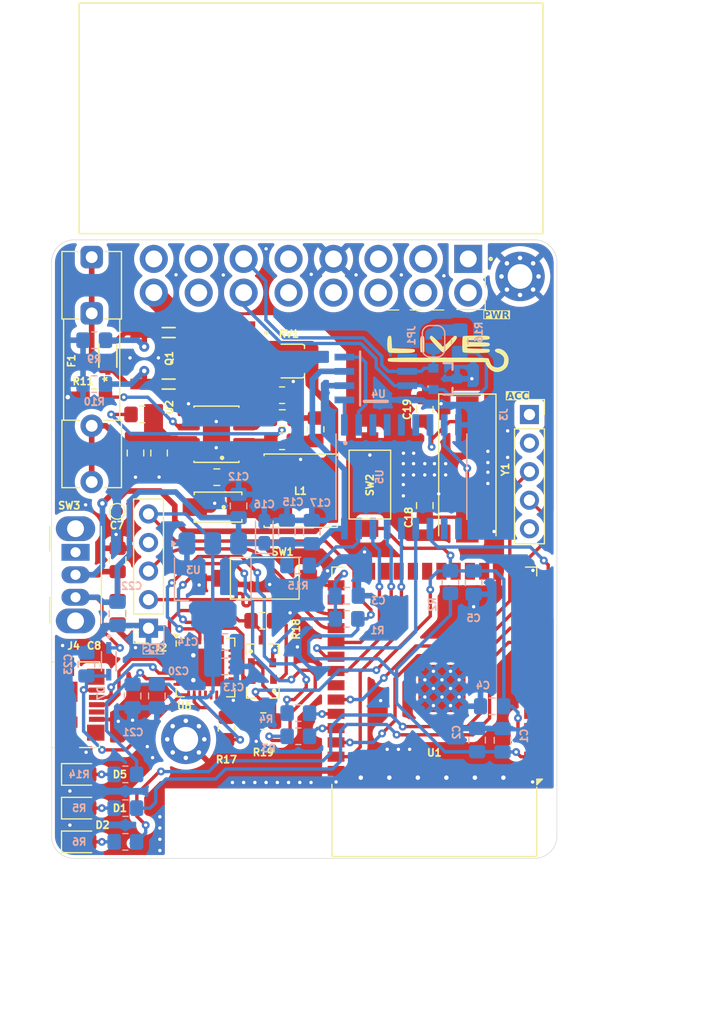
<source format=kicad_pcb>
(kicad_pcb (version 20240108) (generator "pcbnew") (generator_version "8.0")
  (title_block (title "Dongle eaLIVE for telemetry") (date "2024-09-21") (rev "2.0") (company "LIVE") (comment 1 "Drawn by: João Gabriel"))
  (layers (0 "F.Cu" signal) (31 "B.Cu" signal) (34 "B.Paste" user) (35 "F.Paste" user) (36 "B.SilkS" user "B.Silkscreen") (37 "F.SilkS" user "F.Silkscreen") (38 "B.Mask" user) (39 "F.Mask" user) (44 "Edge.Cuts" user))
  (net 0 "")
  (net 12 "GND")
  (net 14 "+3V3")
  (net 15 "IO0")
  (net 16 "EN")
  (net 17 "/VoltageRegulatorESD/BST")
  (net 18 "/VoltageRegulatorESD/SW")
  (net 19 "/VoltageRegulatorESD/Vout")
  (net 20 "/VoltageRegulatorESD/12v_fuse")
  (net 21 "Net-(C11-Pad2)")
  (net 22 "/VoltageRegulatorESD/COMP")
  (net 23 "5v")
  (net 24 "/CAN_controller/osc1")
  (net 25 "/CAN_controller/osc2")
  (net 26 "/MicroUSB_Port/VBUS")
  (net 27 "/VoltageRegulatorESD/power_led")
  (net 28 "/CAN_controller/CAN_LOW")
  (net 29 "/VoltageRegulatorESD/12v_in")
  (net 30 "/CAN_controller/CAN_HIGH")
  (net 31 "/VoltageRegulatorESD/Car_Battery_12v")
  (net 32 "/Microcontroller/RX2")
  (net 33 "/Microcontroller/TX2")
  (net 36 "/Microcontroller/SCL")
  (net 37 "/Microcontroller/SDA")
  (net 41 "/MicroUSB_Port/D-")
  (net 42 "/MicroUSB_Port/D+")
  (net 43 "Net-(JP1-B)")
  (net 44 "/MicroUSB_Port/dtr_to_en")
  (net 45 "/MicroUSB_Port/RTS")
  (net 46 "/MicroUSB_Port/rts_to_io0")
  (net 47 "/MicroUSB_Port/DTR")
  (net 48 "/Microcontroller/TXD0")
  (net 49 "/Microcontroller/ESP_TXD")
  (net 50 "/Microcontroller/ESP_RXD")
  (net 51 "/Microcontroller/CAN_debug")
  (net 52 "/Microcontroller/BLE_debug")
  (net 53 "/VoltageRegulatorESD/EN")
  (net 54 "/VoltageRegulatorESD/FREQ")
  (net 55 "/VoltageRegulatorESD/FB")
  (net 56 "/CAN_controller/RESET_MCP")
  (net 57 "/MicroUSB_Port/RST")
  (net 67 "/CAN_controller/CAN_INT")
  (net 74 "/CAN_controller/CAN_CS")
  (net 80 "/CAN_controller/TX_can")
  (net 82 "/CAN_controller/RX_can")
  (net 87 "SCLK")
  (net 89 "MISO")
  (net 91 "MOSI")
  (net 109 "/Microcontroller/can_led")
  (net 110 "/Microcontroller/ble_led")
  (net 111 "/VoltageRegulatorESD/GND_resistence_protect")
  (net 112 "/Microcontroller/RXD0")
  (footprint "Capacitor_SMD:C_0805_2012Metric_Pad1.18x1.45mm_HandSolder" (layer "F.Cu") (at 122.565 89.545 -90)
    (property "Reference" "C9" (hide yes))
    (property "Value" "10uF")
  )
  (footprint "Capacitor_SMD:C_0805_2012Metric_Pad1.18x1.45mm_HandSolder" (layer "F.Cu") (at 120.975 99.055 90)
    (property "Reference" "C7")
    (property "Value" "10uF")
  )
  (footprint "DongleALIVE:Potenciometer" (layer "F.Cu") (at 136.215 81.365)
    (property "Reference" "RV1")
    (property "Value" "200kΩ")
  )
  (footprint "Fiducial:Fiducial_0.5mm_Mask1mm" (layer "F.Cu") (at 122.275 124.255)
    (property "Reference" "FID2" (hide yes))
    (property "Value" "Fiducial")
  )
  (footprint "Capacitor_SMD:C_0805_2012Metric_Pad1.18x1.45mm_HandSolder" (layer "F.Cu") (at 124.665 89.545 -90)
    (property "Reference" "C10" (hide yes))
    (property "Value" "100nF")
  )
  (footprint "Capacitor_SMD:C_0805_2012Metric_Pad1.18x1.45mm_HandSolder" (layer "F.Cu") (at 148.325 94.215 -90)
    (property "Reference" "C18")
    (property "Value" "22pF")
  )
  (footprint "Connector_PinSocket_2.54mm:PinSocket_1x05_P2.54mm_Vertical" (layer "F.Cu") (at 123.725 105.125 180)
    (property "Reference" "J2")
    (property "Value" "Conn_01x05_Socket")
  )
  (footprint "Button_Switch_SMD:SW_SPST_CK_RS282G05A3" (layer "F.Cu") (at 134.075 100.685 180)
    (property "Reference" "SW1")
    (property "Value" "SW_Push")
  )
  (footprint "Resistor_SMD:R_0805_2012Metric_Pad1.20x1.40mm_HandSolder" (layer "F.Cu") (at 135.615 84.405 180)
    (property "Reference" "R13" (hide yes))
    (property "Value" "8.2kΩ")
  )
  (footprint "DongleALIVE:SS34" (layer "F.Cu") (at 129.915 94.355 180)
    (property "Reference" "D3" (hide yes))
    (property "Value" "SS34")
  )
  (footprint "TestPoint:TestPoint_Pad_D1.0mm" (layer "F.Cu") (at 120.945 94.735)
    (property "Reference" "TP1" (hide yes))
    (property "Value" "TestPoint")
  )
  (footprint "Capacitor_SMD:C_0805_2012Metric_Pad1.18x1.45mm_HandSolder" (layer "F.Cu") (at 148.325 85.665 -90)
    (property "Reference" "C19")
    (property "Value" "22pF")
  )
  (footprint "Resistor_SMD:R_0805_2012Metric_Pad1.20x1.40mm_HandSolder" (layer "F.Cu") (at 138.605 87.435 -90)
    (property "Reference" "R12" (hide yes))
    (property "Value" "100kΩ")
  )
  (footprint "Inductor_SMD:L_Cenker_CKCS6028" (layer "F.Cu") (at 137.275 92.895)
    (property "Reference" "L1")
    (property "Value" "4.7uH")
  )
  (footprint "Resistor_SMD:R_0805_2012Metric_Pad1.20x1.40mm_HandSolder" (layer "F.Cu") (at 123.165 86.115 180)
    (property "Reference" "R7" (hide yes))
    (property "Value" "100kΩ")
  )
  (footprint "DongleALIVE:MP1584EN" (layer "F.Cu") (at 129.775 87.875 180)
    (property "Reference" "U2")
    (property "Value" "MP1584EN")
  )
  (footprint "Resistor_SMD:R_0805_2012Metric_Pad1.20x1.40mm_HandSolder" (layer "F.Cu") (at 130.665 114.045 -90)
    (property "Reference" "R17")
    (property "Value" "1kΩ")
  )
  (footprint "DongleALIVE:TRANS_SS8050-G" (layer "F.Cu") (at 133.835 107.185 90)
    (property "Reference" "Q3" (hide yes))
    (property "Value" "SS8050-G")
  )
  (footprint "Connector_USB:USB_Micro-B_Molex_47346-0001" (layer "F.Cu") (at 117.65 111.9275 -90)
    (property "Reference" "J4")
    (property "Value" "USB_B_Micro")
  )
  (footprint "Resistor_SMD:R_0805_2012Metric_Pad1.20x1.40mm_HandSolder" (layer "F.Cu") (at 135.615 88.505)
    (property "Reference" "R8" (hide yes))
    (property "Value" "100kΩ")
  )
  (footprint "Button_Switch_SMD:SW_SPST_CK_RS282G05A3" (layer "F.Cu") (at 143.435 92.355 -90)
    (property "Reference" "SW2")
    (property "Value" "SW_Push")
  )
  (footprint "DongleALIVE:MM3Z10VT1G" (layer "F.Cu") (at 120.105 80.885 90)
    (property "Reference" "D4")
    (property "Value" "MM3Z10V" (hide yes))
  )
  (footprint "Capacitor_SMD:C_0805_2012Metric_Pad1.18x1.45mm_HandSolder" (layer "F.Cu") (at 129.8075 91.695)
    (property "Reference" "C6" (hide yes))
    (property "Value" "100nF")
  )
  (footprint "Button_Switch_THT:SW_Slide_SPDT_Angled_CK_OS102011MA1Q" (layer "F.Cu") (at 117.225 98.375 -90)
    (property "Reference" "SW3")
    (property "Value" "SW_SPDT_321")
  )
  (footprint "MountingHole:MountingHole_2.2mm_M2_Pad_Via" (layer "F.Cu") (at 127.045 115.005)
    (property "Reference" "H2" (hide yes))
    (property "Value" "MountingHole_Pad")
  )
  (footprint "Resistor_SMD:R_0805_2012Metric_Pad1.20x1.40mm_HandSolder" (layer "F.Cu") (at 133.855 104.465 180)
    (property "Reference" "R18")
    (property "Value" "10kΩ")
  )
  (footprint "LED_SMD:LED_0805_2012Metric" (layer "F.Cu") (at 117.665 121.125)
    (property "Reference" "D1")
    (property "Value" "LED")
  )
  (footprint "Capacitor_SMD:C_0805_2012Metric_Pad1.18x1.45mm_HandSolder" (layer "F.Cu") (at 120.975 103.705 -90)
    (property "Reference" "C8")
    (property "Value" "100nF")
  )
  (footprint "Fiducial:Fiducial_0.5mm_Mask1mm" (layer "F.Cu") (at 122.275 77.275)
    (property "Reference" "FID3" (hide yes))
    (property "Value" "Fiducial")
  )
  (footprint "Resistor_SMD:R_0805_2012Metric_Pad1.20x1.40mm_HandSolder" (layer "F.Cu") (at 118.895 84.575 180)
    (property "Reference" "R11")
    (property "Value" "100kΩ")
  )
  (footprint "DongleALIVE:COMTECH_C-OBD-II-16M" (layer "F.Cu") (at 152.195 72.285 180)
    (property "Reference" "J1" (hide yes))
    (property "Value" "C-OBD-II-16M")
  )
  (footprint "Fiducial:Fiducial_0.5mm_Mask1mm" (layer "F.Cu") (at 157.085 77.275)
    (property "Reference" "FID1" (hide yes))
    (property "Value" "Fiducial")
  )
  (footprint "MountingHole:MountingHole_2.2mm_M2_Pad_Via" (layer "F.Cu") (at 156.805 73.845)
    (property "Reference" "H1" (hide yes))
    (property "Value" "MountingHole_Pad")
  )
  (footprint "RF_Module:ESP32-WROOM-32" (layer "F.Cu") (at 149.175 109.57 180)
    (property "Reference" "U1")
    (property "Value" "ESP32-WROOM-32")
  )
  (footprint "Crystal:Crystal_SMD_HC49-SD" (layer "F.Cu") (at 152.115 91.005 -90)
    (property "Reference" "Y1")
    (property "Value" "Crystal")
  )
  (footprint "LED_SMD:LED_0805_2012Metric" (layer "F.Cu") (at 117.665 118.125)
    (property "Reference" "D5")
    (property "Value" "LED")
  )
  (footprint "DongleALIVE:TRANS_SS8050-G" (layer "F.Cu") (at 133.905 110.685 -90)
    (property "Reference" "Q2" (hide yes))
    (property "Value" "SS8050-G")
  )
  (footprint "Capacitor_SMD:C_0805_2012Metric_Pad1.18x1.45mm_HandSolder" (layer "F.Cu") (at 135.635 86.435)
    (property "Reference" "C11" (hide yes))
    (property "Value" "100pF")
  )
  (footprint "DongleALIVE:IRF5305S" (layer "F.Cu") (at 129.821999 81.125 -90)
    (property "Reference" "Q1")
    (property "Value" "IRF5305S")
  )
  (footprint "Package_DFN_QFN:QFN-28-1EP_5x5mm_P0.5mm_EP3.35x3.35mm" (layer "F.Cu") (at 128.795 108.615)
    (property "Reference" "U6")
    (property "Value" "CP2102N-Axx-xQFN28")
  )
  (footprint "DongleALIVE:Fuseholder_Clip-5x20mm_Littelfuse_111_Inline_P20.00x5.00mm_D1.05mm_Horizontal" (layer "F.Cu") (at 118.665 72.125 -90)
    (property "Reference" "F1")
    (property "Value" "0.5A")
  )
  (footprint "Resistor_SMD:R_0805_2012Metric_Pad1.20x1.40mm_HandSolder" (layer "F.Cu") (at 133.945 113.385 180)
    (property "Reference" "R19")
    (property "Value" "10kΩ")
  )
  (footprint "LED_SMD:LED_0805_2012Metric" (layer "F.Cu") (at 117.665 124.125)
    (property "Reference" "D2")
    (property "Value" "LED")
  )
  (footprint "DongleALIVE:logo_live" (layer "F.Cu") (at 150.225 79.865)
    (property "Reference" "G***" (hide yes))
    (property "Value" "LOGO" (hide yes))
  )
  (footprint "Connector_PinSocket_2.54mm:PinSocket_1x05_P2.54mm_Vertical" (layer "F.Cu") (at 157.645 86.125)
    (property "Reference" "J3")
    (property "Value" "Conn_01x05_Socket")
  )
  (footprint "Capacitor_SMD:C_0805_2012Metric_Pad1.18x1.45mm_HandSolder" (layer "B.Cu") (at 131.745 94.2525 90)
    (property "Reference" "C12")
    (property "Value" "10uF")
  )
  (footprint "Resistor_SMD:R_0805_2012Metric_Pad1.20x1.40mm_HandSolder" (layer "B.Cu") (at 118.895 83.415 180)
    (property "Reference" "R10")
    (property "Value" "1kΩ")
  )
  (footprint "Capacitor_SMD:C_0805_2012Metric_Pad1.18x1.45mm_HandSolder" (layer "B.Cu") (at 124.465 111.1525 -90)
    (property "Reference" "C20")
    (property "Value" "10uF")
  )
  (footprint "Capacitor_SMD:C_0805_2012Metric_Pad1.18x1.45mm_HandSolder" (layer "B.Cu") (at 141.365 102.235 180)
    (property "Reference" "C3")
    (property "Value" "100nF")
  )
  (footprint "Resistor_SMD:R_0805_2012Metric_Pad1.20x1.40mm_HandSolder" (layer "B.Cu") (at 118.895 79.515 180)
    (property "Reference" "R9")
    (property "Value" "100kΩ")
  )
  (footprint "Capacitor_SMD:C_0805_2012Metric_Pad1.18x1.45mm_HandSolder" (layer "B.Cu") (at 136.045 96.575 90)
    (property "Reference" "C15")
    (property "Value" "100nF")
  )
  (footprint "Capacitor_SMD:C_0805_2012Metric_Pad1.18x1.45mm_HandSolder" (layer "B.Cu") (at 130.505 106.355)
    (property "Reference" "C14")
    (property "Value" "100nF")
  )
  (footprint "Capacitor_SMD:C_0805_2012Metric_Pad1.18x1.45mm_HandSolder" (layer "B.Cu") (at 118.195 108.335 90)
    (property "Reference" "C23")
    (property "Value" "100nF")
  )
  (footprint "Jumper:SolderJumper-2_P1.3mm_Open_RoundedPad1.0x1.5mm" (layer "B.Cu") (at 149.105 79.61 90)
    (property "Reference" "JP1")
    (property "Value" "SolderJumper_2_Open")
  )
  (footprint "Resistor_SMD:R_0805_2012Metric_Pad1.20x1.40mm_HandSolder" (layer "B.Cu") (at 121.665 118.125 180)
    (property "Reference" "R14")
    (property "Value" "120Ω")
  )
  (footprint "Capacitor_SMD:C_0805_2012Metric_Pad1.18x1.45mm_HandSolder" (layer "B.Cu") (at 152.985 115.075 90)
    (property "Reference" "C2")
    (property "Value" "10uF")
  )
  (footprint "DongleALIVE:BAT760-7" (layer "B.Cu") (at 120.185 108.065 -90)
    (property "Reference" "D7")
    (property "Value" "BAT760-7")
  )
  (footprint "Capacitor_SMD:C_0805_2012Metric_Pad1.18x1.45mm_HandSolder" (layer "B.Cu") (at 154.325 112.065)
    (property "Reference" "C4")
    (property "Value" "10uF")
  )
  (footprint "Capacitor_SMD:C_0805_2012Metric_Pad1.18x1.45mm_HandSolder" (layer "B.Cu") (at 138.265 96.575 90)
    (property "Reference" "C17")
    (property "Value" "100nF")
  )
  (footprint "Resistor_SMD:R_0805_2012Metric_Pad1.20x1.40mm_HandSolder" (layer "B.Cu") (at 137.065 112.675 180)
    (property "Reference" "R4")
    (property "Value" "1k")
  )
  (footprint "DongleALIVE:MCP2515" (layer "B.Cu") (at 146.245 91.655 -90)
    (property "Reference" "U5")
    (property "Value" "MCP2515-I_SO")
  )
  (footprint "Capacitor_SMD:C_0805_2012Metric_Pad1.18x1.45mm_HandSolder" (layer "B.Cu") (at 130.505 108.525)
    (property "Reference" "C13")
    (property "Value" "10uF")
  )
  (footprint "Resistor_SMD:R_0805_2012Metric_Pad1.20x1.40mm_HandSolder" (layer "B.Cu") (at 121.665 121.125 180)
    (property "Reference" "R5")
    (property "Value" "120Ω")
  )
  (footprint "Capacitor_Tantalum_SMD:CP_EIA-2012-12_Kemet-R_Pad1.30x1.05mm_HandSolder" (layer "B.Cu") (at 134.035 96.595 90)
    (property "Reference" "C16")
    (property "Value" "10uF")
  )
  (footprint "Capacitor_SMD:C_0805_2012Metric_Pad1.18x1.45mm_HandSolder" (layer "B.Cu") (at 155.245 115.0925 90)
    (property "Reference" "C1")
    (property "Value" "22uF")
  )
  (footprint "Capacitor_SMD:C_0805_2012Metric_Pad1.18x1.45mm_HandSolder" (layer "B.Cu") (at 122.305 111.1525 -90)
    (property "Reference" "C21")
    (property "Value" "10uF")
  )
  (footprint "DongleALIVE:TJA1050T" (layer "B.Cu") (at 143.965 82.92 90)
    (property "Reference" "U4")
    (property "Value" "TJA1050")
  )
  (footprint "Capacitor_SMD:C_0805_2012Metric_Pad1.18x1.45mm_HandSolder" (layer "B.Cu") (at 152.675 101.065 90)
    (property "Reference" "C5")
    (property "Value" "100nF")
  )
  (footprint "Package_TO_SOT_SMD:SOT-223-3_TabPin2" (layer "B.Cu") (at 129.4425 100.735 -90)
    (property "Reference" "U3")
    (property "Value" "AMS1117")
  )
  (footprint "Resistor_SMD:R_0805_2012Metric_Pad1.20x1.40mm_HandSolder" (layer "B.Cu") (at 151.435 79.62 -90)
    (property "Reference" "R16")
    (property "Value" "120Ω")
  )
  (footprint "DongleALIVE:PESD1CAN" (layer "B.Cu") (at 150.095 82.95 90)
    (property "Reference" "D6")
    (property "Value" "PESD1CAN")
  )
  (footprint "Resistor_SMD:R_0805_2012Metric_Pad1.20x1.40mm_HandSolder" (layer "B.Cu") (at 150.605 101.025 -90)
    (property "Reference" "R2")
    (property "Value" "10kΩ")
  )
  (footprint "Capacitor_SMD:C_0805_2012Metric_Pad1.18x1.45mm_HandSolder" (layer "B.Cu") (at 120.955 103.8525 90)
    (property "Reference" "C22")
    (property "Value" "10uF")
  )
  (footprint "Resistor_SMD:R_0805_2012Metric_Pad1.20x1.40mm_HandSolder" (layer "B.Cu") (at 121.665 124.125 180)
    (property "Reference" "R6")
    (property "Value" "120Ω")
  )
  (footprint "Resistor_SMD:R_0805_2012Metric_Pad1.20x1.40mm_HandSolder" (layer "B.Cu") (at 141.365 104.295)
    (property "Reference" "R1")
    (property "Value" "10kΩ")
  )
  (footprint "Resistor_SMD:R_0805_2012Metric_Pad1.20x1.40mm_HandSolder" (layer "B.Cu") (at 137.065 114.735 180)
    (property "Reference" "R3")
    (property "Value" "1k")
  )
  (footprint "Resistor_SMD:R_0805_2012Metric_Pad1.20x1.40mm_HandSolder" (layer "B.Cu") (at 137.045 99.545)
    (property "Reference" "R15")
    (property "Value" "10kΩ")
  )
  (gr_poly (pts (xy 141.895 117.565) (xy 141.895 119.185) (xy 156.435 119.185) (xy 156.435 117.565)) (stroke (width 0.2)) (fill solid) (layer "F.Cu") (net 12))
  (gr_line (start 125.095 106.515) (end 125.095 104.935) (stroke (width 0.1)) (layer "B.SilkS"))
  (gr_line (start 122.805 106.515) (end 125.055 106.515) (stroke (width 0.1)) (layer "B.SilkS"))
  (gr_line (start 153.705 76.785) (end 153.809023 76.889023) (stroke (width 0.1)) (layer "F.SilkS"))
  (gr_line (start 153.705 76.785) (end 151.175 76.785) (stroke (width 0.1)) (layer "F.SilkS"))
  (gr_line (start 153.705 76.785) (end 153.705 75.785) (stroke (width 0.1)) (layer "F.SilkS"))
  (gr_line (start 146.015 76.825) (end 145.015 76.825) (stroke (width 0.1)) (layer "F.SilkS"))
  (gr_line (start 153.705 74.825) (end 153.705 73.825) (stroke (width 0.1)) (layer "F.SilkS"))
  (gr_line (start 148.015 76.825) (end 147.015 76.825) (stroke (width 0.1)) (layer "F.SilkS"))
  (gr_line (start 150.015 76.825) (end 149.015 76.825) (stroke (width 0.1)) (layer "F.SilkS"))
  (gr_arc (start 158.09289 70.588886) (mid 159.507808 71.175023) (end 160.093945 72.589941) (stroke (width 0.05)) (layer "Edge.Cuts"))
  (gr_arc (start 160.095 123.593945) (mid 159.508891 125.008891) (end 158.093945 125.595) (stroke (width 0.05)) (layer "Edge.Cuts"))
  (gr_line (start 160.093945 72.589941) (end 160.093945 123.593945) (stroke (width 0.05)) (layer "Edge.Cuts"))
  (gr_arc (start 117.095 125.595) (mid 115.680052 125.008893) (end 115.093945 123.593945) (stroke (width 0.05)) (layer "Edge.Cuts"))
  (gr_line (start 117.095 70.588903) (end 158.09289 70.588903) (stroke (width 0.05)) (layer "Edge.Cuts"))
  (gr_arc (start 115.093945 72.589958) (mid 115.68004 71.174998) (end 117.095 70.588903) (stroke (width 0.05)) (layer "Edge.Cuts"))
  (gr_line (start 115.093945 123.593945) (end 115.093945 72.589958) (stroke (width 0.05)) (layer "Edge.Cuts"))
  (gr_line (start 158.093945 125.595) (end 117.095 125.595) (stroke (width 0.05)) (layer "Edge.Cuts"))
  (gr_text "GPS" (at 124.165 107.405 0) (layer "B.SilkS" knockout) (effects (font (size 0.64 0.64) (thickness 0.15) (bold yes)) (justify bottom mirror)))
  (gr_text "ACC" (at 156.605 84.885 0) (layer "F.SilkS" knockout) (effects (font (size 0.64 0.64) (thickness 0.128) (bold yes)) (justify bottom)))
  (gr_text "PWR" (at 154.695 77.685 0) (layer "F.SilkS" knockout) (effects (font (size 0.64 0.64) (thickness 0.128) (bold yes)) (justify bottom)))
  (segment (start 137.265 90.115) (end 137.265 89.845) (width 0.3) (layer "F.Cu") (net 12))
  (segment (start 116.535 84.575) (end 117.895 84.575) (width 1) (layer "F.Cu") (net 12))
  (segment (start 128.235 101.285) (end 128.835 100.685) (width 0.5) (layer "F.Cu") (net 12))
  (segment (start 122.565 91.695) (end 122.565 90.5825) (width 0.5) (layer "F.Cu") (net 12))
  (segment (start 129.275 94.355) (end 129.615 94.015) (width 1) (layer "F.Cu") (net 12))
  (segment (start 120.975 105.265) (end 120.975 104.7425) (width 0.5) (layer "F.Cu") (net 12))
  (segment (start 138.535 88.505) (end 138.605 88.435) (width 1) (layer "F.Cu") (net 12))
  (segment (start 119.0725 113.265) (end 119.11 113.2275) (width 0.3) (layer "F.Cu") (net 12))
  (segment (start 120.835 96.785) (end 120.975 96.925) (width 1) (layer "F.Cu") (net 12))
  (segment (start 122.565 106.855) (end 120.975 105.265) (width 0.5) (layer "F.Cu") (net 12))
  (segment (start 149.2375 84.6275) (end 148.325 84.6275) (width 1) (layer "F.Cu") (net 12))
  (segment (start 128.295 108.115) (end 128.795 108.615) (width 0.3) (layer "F.Cu") (net 12))
  (segment (start 120.975 96.925) (end 120.975 98.0175) (width 1) (layer "F.Cu") (net 12))
  (segment (start 147.705 118.415) (end 145.165 118.415) (width 1) (layer "F.Cu") (net 12))
  (segment (start 128.835 100.685) (end 130.175 100.685) (width 0.5) (layer "F.Cu") (net 12))
  (segment (start 121.035 113.405) (end 120.8575 113.2275) (width 0.3) (layer "F.Cu") (net 12))
  (segment (start 136.615 88.505) (end 138.535 88.505) (width 1) (layer "F.Cu") (net 12))
  (segment (start 127.85 94.355) (end 129.275 94.355) (width 1) (layer "F.Cu") (net 12))
  (segment (start 136.615 89.195) (end 136.615 88.505) (width 0.3) (layer "F.Cu") (net 12))
  (segment (start 143.435 89.725) (end 143.435 88.455) (width 1) (layer "F.Cu") (net 12))
  (segment (start 127.3 85.18) (end 127.285 85.165) (width 0.3) (layer "F.Cu") (net 12))
  (segment (start 140.425 118.795) (end 140.425 117.82) (width 0.5) (layer "F.Cu") (net 12))
  (segment (start 134.515 101.235) (end 131.735 101.235) (width 0.5) (layer "F.Cu") (net 12))
  (segment (start 126.345 108.115) (end 128.295 108.115) (width 0.3) (layer "F.Cu") (net 12))
  (segment (start 129.775 87.405) (end 129.775 87.875) (width 0.5) (layer "F.Cu") (net 12))
  (segment (start 129.755 86.745) (end 129.755 87.385) (width 0.5) (layer "F.Cu") (net 12))
  (segment (start 129.755 87.385) (end 129.775 87.405) (width 0.5) (layer "F.Cu") (net 12))
  (segment (start 127.3 85.97) (end 127.3 85.18) (width 0.3) (layer "F.Cu") (net 12))
  (segment (start 131.735 101.235) (end 131.185 100.685) (width 0.5) (layer "F.Cu") (net 12))
  (segment (start 157.925 118.795) (end 157.925 117.82) (width 0.5) (layer "F.Cu") (net 12))
  (segment (start 120.8575 113.2275) (end 119.11 113.2275) (width 0.3) (layer "F.Cu") (net 12))
  (segment (start 149.5625 93.1775) (end 149.565 93.175) (width 1) (layer "F.Cu") (net 12))
  (segment (start 131.185 100.685) (end 130.175 100.685) (width 0.5) (layer "F.Cu") (net 12))
  (segment (start 148.325 93.1775) (end 149.5625 93.1775) (width 1) (layer "F.Cu") (net 12))
  (segment (start 152.785 118.415) (end 150.245 118.415) (width 1) (layer "F.Cu") (net 12))
  (segment (start 154.885 100.06) (end 154.885 96.915) (width 1) (layer "F.Cu") (net 12))
  (segment (start 154.885 96.915) (end 154.495 96.525) (width 1) (layer "F.Cu") (net 12))
  (segment (start 136.615 84.405) (end 136.615 83.185) (width 1) (layer "F.Cu") (net 12))
  (segment (start 129.115 86.745) (end 129.755 86.745) (width 0.5) (layer "F.Cu") (net 12))
  (segment (start 155.325 118.415) (end 152.785 118.415) (width 1) (layer "F.Cu") (net 12))
  (segment (start 137.265 89.845) (end 136.615 89.195) (width 0.3) (layer "F.Cu") (net 12))
  (segment (start 145.165 118.415) (end 142.625 118.415) (width 1) (layer "F.Cu") (net 12))
  (segment (start 150.245 118.415) (end 147.705 118.415) (width 1) (layer "F.Cu") (net 12))
  (segment (start 124.665 91.685) (end 124.665 90.5825) (width 0.5) (layer "F.Cu") (net 12))
  (segment (start 149.775 85.165) (end 149.2375 84.6275) (width 1) (layer "F.Cu") (net 12))
  (via (at 142.955 98.345) (size 0.7) (drill 0.3) (layers "F.Cu" "B.Cu") (net 12))
  (via (at 146.415 93.355) (size 0.7) (drill 0.3) (layers "F.Cu" "B.Cu") (net 12))
  (via (at 150.245 118.415) (size 0.9) (drill 0.4) (layers "F.Cu" "B.Cu") (net 12))
  (via (at 157.955 99.985) (size 0.7) (drill 0.3) (layers "F.Cu" "B.Cu") (net 12))
  (via (at 147.325 91.495) (size 0.7) (drill 0.3) (layers "F.Cu" "B.Cu") (net 12))
  (via (at 144.395 111.565) (size 0.7) (drill 0.3) (layers "F.Cu" "B.Cu") (net 12))
  (via (at 155.705 87.575) (size 0.7) (drill 0.3) (layers "F.Cu" "B.Cu") (net 12))
  (via (at 146.975 115.895) (size 0.7) (drill 0.3) (layers "F.Cu" "B.Cu") (net 12))
  (via (at 150.185 90.495) (size 0.7) (drill 0.3) (layers "F.Cu" "B.Cu") (net 12))
  (via (at 124.605 81.085) (size 0.7) (drill 0.3) (layers "F.Cu" "B.Cu") (net 12))
  (via (at 118.165 116.155) (size 0.7) (drill 0.3) (layers "F.Cu" "B.Cu") (net 12))
  (via (at 131.275 111.535) (size 0.7) (drill 0.3) (layers "F.Cu" "B.Cu") (net 12))
  (via (at 150.025 73.785) (size 0.7) (drill 0.3) (layers "F.Cu" "B.Cu") (net 12))
  (via (at 135.195 118.845) (size 0.7) (drill 0.3) (layers "F.Cu" "B.Cu") (net 12))
  (via (at 116.075 106.665) (size 0.7) (drill 0.3) (layers "F.Cu" "B.Cu") (net 12))
  (via (at 146.235 73.705) (size 0.7) (drill 0.3) (layers "F.Cu" "B.Cu") (net 12))
  (via (at 122.075 81.085) (size 0.7) (drill 0.3) (layers "F.Cu" "B.Cu") (net 12))
  (via (at 133.195 118.845) (size 0.7) (drill 0.3) (layers "F.Cu" "B.Cu") (net 12))
  (via (at 124.665 91.685) (size 0.7) (drill 0.3) (layers "F.Cu" "B.Cu") (net 12))
  (via (at 127.715 107.535) (size 0.9) (drill 0.4) (layers "F.Cu" "B.Cu") (net 12))
  (via (at 123.615 115.655) (size 0.7) (drill 0.3) (layers "F.Cu" "B.Cu") (net 12))
  (via (at 148.325 90.495) (size 0.7) (drill 0.3) (layers "F.Cu" "B.Cu") (net 12))
  (via (at 149.565 93.175) (size 0.7) (drill 0.3) (layers "F.Cu" "B.Cu") (net 12))
  (via (at 129.755 86.745) (size 0.7) (drill 0.3) (layers "F.Cu" "B.Cu") (net 12))
  (via (at 134.515 101.235) (size 0.7) (drill 0.3) (layers "F.Cu" "B.Cu") (net 12))
  (via (at 145.165 118.415) (size 0.9) (drill 0.4) (layers "F.Cu" "B.Cu") (net 12))
  (via (at 152.515 82.935) (size 0.7) (drill 0.3) (layers "F.Cu" "B.Cu") (net 12))
  (via (at 116.725 119.605) (size 0.7) (drill 0.3) (layers "F.Cu" "B.Cu") (net 12))
  (via (at 132.195 118.845) (size 0.7) (drill 0.3) (layers "F.Cu" "B.Cu") (net 12))
  (via (at 127.715 109.745) (size 0.9) (drill 0.4) (layers "F.Cu" "B.Cu") (net 12))
  (via (at 136.33 103.76) (size 0.7) (drill 0.3) (layers "F.Cu" "B.Cu") (net 12))
  (via (at 153.945 92.255) (size 0.7) (drill 0.3) (layers "F.Cu" "B.Cu") (net 12))
  (via (at 146.415 90.495) (size 0.7) (drill 0.3) (layers "F.Cu" "B.Cu") (net 12))
  (via (at 130.385 73.715) (size 0.7) (drill 0.3) (layers "F.Cu" "B.Cu") (net 12))
  (via (at 144.975 115.895) (size 0.7) (drill 0.3) (layers "F.Cu" "B.Cu") (net 12))
  (via (at 136.615 83.185) (size 0.7) (drill 0.3) (layers "F.Cu" "B.Cu") (net 12))
  (via (at 134.195 71.385) (size 0.7) (drill 0.3) (layers "F.Cu" "B.Cu") (net 12))
  (via (at 124.735 122.895) (size 0.7) (drill 0.3) (layers "F.Cu" "B.Cu") (net 12))
  (via (at 134.195 118.845) (size 0.7) (drill 0.3) (layers "F.Cu" "B.Cu") (net 12))
  (via (at 137.265 90.115) (size 0.7) (drill 0.3) (layers "F.Cu" "B.Cu") (net 12))
  (via (at 149.775 85.165) (size 0.7) (drill 0.3) (layers "F.Cu" "B.Cu") (net 12))
  (via (at 122.305 113.305) (size 0.7) (drill 0.3) (layers "F.Cu" "B.Cu") (net 12))
  (via (at 124.085 116.635) (size 0.7) (drill 0.3) (layers "F.Cu" "B.Cu") (net 12))
  (via (at 129.755 89.075) (size 0.7) (drill 0.3) (layers "F.Cu" "B.Cu") (net 12))
  (via (at 147.325 90.495) (size 0.7) (drill 0.3) (layers "F.Cu" "B.Cu") (net 12))
  (via (at 152.675 103.215) (size 0.7) (drill 0.3) (layers "F.Cu" "B.Cu") (net 12))
  (via (at 147.335 89.565) (size 0.7) (drill 0.3) (layers "F.Cu" "B.Cu") (net 12))
  (via (at 138.215 73.655) (size 0.7) (drill 0.3) (layers "F.Cu" "B.Cu") (net 12))
  (via (at 133.315 115.185) (size 0.7) (drill 0.3) (layers "F.Cu" "B.Cu") (net 12))
  (via (at 145.975 115.895) (size 0.7) (drill 0.3) (layers "F.Cu" "B.Cu") (net 12))
  (via (at 153.945 91.255) (size 0.7) (drill 0.3) (layers "F.Cu" "B.Cu") (net 12))
  (via (at 157.925 118.795) (size 0.7) (drill 0.3) (layers "F.Cu" "B.Cu") (net 12))
  (via (at 131.195 118.845) (size 0.7) (drill 0.3) (layers "F.Cu" "B.Cu") (net 12))
  (via (at 146.425 89.565) (size 0.7) (drill 0.3) (layers "F.Cu" "B.Cu") (net 12))
  (via (at 153.945 89.395) (size 0.7) (drill 0.3) (layers "F.Cu" "B.Cu") (net 12))
  (via (at 122.565 106.855) (size 0.7) (drill 0.3) (layers "F.Cu" "B.Cu") (net 12))
  (via (at 127.285 85.165) (size 0.7) (drill 0.3) (layers "F.Cu" "B.Cu") (net 12))
  (via (at 120.835 96.785) (size 0.7) (drill 0.3) (layers "F.Cu" "B.Cu") (net 12))
  (via (at 146.415 91.495) (size 0.7) (drill 0.3) (layers "F.Cu" "B.Cu") (net 12))
  (via (at 136.98 106.79) (size 0.7) (drill 0.3) (layers "F.Cu" "B.Cu") (net 12))
  (via (at 124.735 124.895) (size 0.7) (drill 0.3) (layers "F.Cu" "B.Cu") (net 12))
  (via (at 118.125 94.155) (size 0.7) (drill 0.3) (layers "F.Cu" "B.Cu") (net 12))
  (via (at 139.665 100.025) (size 0.7) (drill 0.3) (layers "F.Cu" "B.Cu") (net 12))
  (via (at 146.415 92.355) (size 0.7) (drill 0.3) (layers "F.Cu" "B.Cu") (net 12))
  (via (at 124.735 123.895) (size 0.7) (drill 0.3) (layers "F.Cu" "B.Cu") (net 12))
  (via (at 136.195 118.845) (size 0.7) (drill 0.3) (layers "F.Cu" "B.Cu") (net 12))
  (via (at 124.735 121.895) (size 0.7) (drill 0.3) (layers "F.Cu" "B.Cu") (net 12))
  (via (at 142.625 118.415) (size 0.9) (drill 0.4) (layers "F.Cu" "B.Cu") (net 12))
  (via (at 140.425 118.795) (size 0.7) (drill 0.3) (layers "F.Cu" "B.Cu") (net 12))
  (via (at 116.725 122.635) (size 0.7) (drill 0.3) (layers "F.Cu" "B.Cu") (net 12))
  (via (at 142.205 73.705) (size 0.7) (drill 0.3) (layers "F.Cu" "B.Cu") (net 12))
  (via (at 149.185 90.495) (size 0.7) (drill 0.3) (layers "F.Cu" "B.Cu") (net 12))
  (via (at 154.495 96.525) (size 0.7) (drill 0.3) (layers "F.Cu" "B.Cu") (net 12))
  (via (at 128.235 101.285) (size 0.7) (drill 0.3) (layers "F.Cu" "B.Cu") (net 12))
  (via (at 137.195 118.845) (size 0.7) (drill 0.3) (layers "F.Cu" "B.Cu") (net 12))
  (via (at 138.195 118.845) (size 0.7) (drill 0.3) (layers "F.Cu" "B.Cu") (net 12))
  (via (at 126.175 73.695) (size 0.7) (drill 0.3) (layers "F.Cu" "B.Cu") (net 12))
  (via (at 121.035 113.405) (size 0.7) (drill 0.3) (layers "F.Cu" "B.Cu") (net 12))
  (via (at 147.705 118.415) (size 0.9) (drill 0.4) (layers "F.Cu" "B.Cu") (net 12))
  (via (at 152.785 118.415) (size 0.9) (drill 0.4) (layers "F.Cu" "B.Cu") (net 12))
  (via (at 148.325 91.495) (size 0.7) (drill 0.3) (layers "F.Cu" "B.Cu") (net 12))
  (via (at 116.535 84.575) (size 0.9) (drill 0.4) (layers "F.Cu" "B.Cu") (net 12))
  (via (at 149.185 91.495) (size 0.7) (drill 0.3) (layers "F.Cu" "B.Cu") (net 12))
  (via (at 150.185 91.495) (size 0.7) (drill 0.3) (layers "F.Cu" "B.Cu") (net 12))
  (via (at 155.705 89.935) (size 0.7) (drill 0.3) (layers "F.Cu" "B.Cu") (net 12))
  (via (at 153.945 90.395) (size 0.7) (drill 0.3) (layers "F.Cu" "B.Cu") (net 12))
  (via (at 155.325 118.415) (size 0.9) (drill 0.4) (layers "F.Cu" "B.Cu") (net 12))
  (via (at 143.435 89.725) (size 0.7) (drill 0.3) (layers "F.Cu" "B.Cu") (net 12))
  (via (at 122.565 91.695) (size 0.7) (drill 0.3) (layers "F.Cu" "B.Cu") (net 12))
  (via (at 129.615 94.015) (size 0.7) (drill 0.3) (layers "F.Cu" "B.Cu") (net 12))
  (segment (start 142.4025 98.8975) (end 142.4025 102.235) (width 0.5) (layer "B.Cu") (net 12))
  (segment (start 152.515 82.935) (end 152.5 82.95) (width 0.5) (layer "B.Cu") (net 12))
  (segment (start 131.5425 108.525) (end 131.5425 106.355) (width 1) (layer "B.Cu") (net 12))
  (segment (start 120.23 104.89) (end 120.955 104.89) (width 0.5) (layer "B.Cu") (net 12))
  (segment (start 128.225 116.185) (end 127.045 115.005) (width 0.5) (layer "B.Cu") (net 12))
  (segment (start 142.955 98.345) (end 142.4025 98.8975) (width 0.5) (layer "B.Cu") (net 12))
  (segment (start 118.195 107.2975) (end 118.195 106.925) (width 0.5) (layer "B.Cu") (net 12))
  (segment (start 127.045 113.365) (end 127.045 115.005) (width 1) (layer "B.Cu") (net 12))
  (segment (start 152.675 103.215) (end 152.675 102.1025) (width 1) (layer "B.Cu") (net 12))
  (segment (start 118.195 106.925) (end 120.23 104.89) (width 0.5) (layer "B.Cu") (net 12))
  (segment (start 120.955 104.89) (end 123.49 104.89) (width 0.5) (layer "B.Cu") (net 12))
  (segment (start 152.5 82.95) (end 151.195 82.95) (width 0.5) (layer "B.Cu") (net 12))
  (segment (start 123.49 104.89) (end 123.725 105.125) (width 0.5) (layer "B.Cu") (net 12))
  (segment (start 122.305 113.305) (end 122.305 112.19) (width 1) (layer "B.Cu") (net 12))
  (segment (start 126.125 97.375) (end 126.125 97.365) (width 0.3) (layer "F.Cu") (net 14))
  (segment (start 142.025 101.985) (end 142.025 99.925) (width 0.3) (layer "F.Cu") (net 14))
  (segment (start 156.455 116.135) (end 156.875 116.555) (width 0.3) (layer "F.Cu") (net 14))
  (segment (start 156.875 116.555) (end 157.92 116.555) (width 0.3) (layer "F.Cu") (net 14))
  (segment (start 143.525 103.485) (end 142.025 101.985) (width 0.3) (layer "F.Cu") (net 14))
  (segment (start 142.025 99.925) (end 139.475 97.375) (width 0.3) (layer "F.Cu") (net 14))
  (segment (start 130.665 115.045) (end 131.885 115.045) (width 0.3) (layer "F.Cu") (net 14))
  (segment (start 123.515 109.615) (end 126.345 109.615) (width 0.3) (layer "F.Cu") (net 14))
  (segment (start 122.985 109.085) (end 123.515 109.615) (width 0.3) (layer "F.Cu") (net 14))
  (segment (start 139.475 97.375) (end 126.125 97.375) (width 0.3) (layer "F.Cu") (net 14))
  (segment (start 157.92 116.555) (end 157.925 116.55) (width 0.3) (layer "F.Cu") (net 14))
  (segment (start 143.525 103.935) (end 143.525 103.485) (width 0.3) (layer "F.Cu") (net 14))
  (segment (start 126.345 110.115) (end 126.345 109.615) (width 0.3) (layer "F.Cu") (net 14))
  (segment (start 126.125 97.365) (end 123.725 94.965) (width 0.3) (layer "F.Cu") (net 14))
  (via (at 131.885 115.045) (size 0.7) (drill 0.3) (layers "F.Cu" "B.Cu") (net 14))
  (via (at 143.525 103.935) (size 0.7) (drill 0.3) (layers "F.Cu" "B.Cu") (net 14))
  (via (at 156.455 116.135) (size 0.7) (drill 0.3) (layers "F.Cu" "B.Cu") (net 14))
  (via (at 122.985 109.085) (size 0.7) (drill 0.3) (layers "F.Cu" "B.Cu") (net 14))
  (segment (start 155.2275 116.1125) (end 155.245 116.13) (width 0.3) (layer "B.Cu") (net 14))
  (segment (start 152.985 116.1125) (end 150.1225 116.1125) (width 0.3) (layer "B.Cu") (net 14))
  (segment (start 141.805 105.805) (end 142.365 105.245) (width 0.3) (layer "B.Cu") (net 14))
  (segment (start 121.093229 110.661683) (end 119.995 111.759912) (width 0.3) (layer "B.Cu") (net 14))
  (segment (start 124.465 110.115) (end 125.555 110.115) (width 0.3) (layer "B.Cu") (net 14))
  (segment (start 129.4675 110.7825) (end 129.4675 108.525) (width 0.3) (layer "B.Cu") (net 14))
  (segment (start 127.375 111.295) (end 128.955 111.295) (width 0.3) (layer "B.Cu") (net 14))
  (segment (start 156.45 116.13) (end 155.245 116.13) (width 0.3) (layer "B.Cu") (net 14))
  (segment (start 128.135 111.295) (end 127.375 111.295) (width 0.3) (layer "B.Cu") (net 14))
  (segment (start 145.815 111.805) (end 145.815 109.785) (width 0.3) (layer "B.Cu") (net 14))
  (segment (start 147.605 106.955) (end 150.605 103.955) (width 0.3) (layer "B.Cu") (net 14))
  (segment (start 145.815 109.785) (end 145.815 109.625) (width 0.3) (layer "B.Cu") (net 14))
  (segment (start 138.475 105.805) (end 141.805 105.805) (width 0.3) (layer "B.Cu") (net 14))
  (segment (start 145.815 109.625) (end 145.815 109.445) (width 0.3) (layer "B.Cu") (net 14))
  (segment (start 144.215 107.845) (end 138.465 107.845) (width 0.3) (layer "B.Cu") (net 14))
  (segment (start 131.885 115.045) (end 128.135 111.295) (width 0.3) (layer "B.Cu") (net 14))
  (segment (start 122.305 110.115) (end 122.305 109.765) (width 0.3) (layer "B.Cu") (net 14))
  (segment (start 145.815 109.445) (end 144.215 107.845) (width 0.3) (layer "B.Cu") (net 14))
  (segment (start 150.1225 116.1125) (end 145.815 111.805) (width 0.3) (layer "B.Cu") (net 14))
  (segment (start 137.985 107.365) (end 137.985 106.295) (width 0.3) (layer "B.Cu") (net 14))
  (segment (start 119.995 114.255) (end 122.665 116.925) (width 0.3) (layer "B.Cu") (net 14))
  (segment (start 137.985 106.295) (end 138.475 105.805) (width 0.3) (layer "B.Cu") (net 14))
  (segment (start 143.165 104.295) (end 143.525 103.935) (width 0.3) (layer "B.Cu") (net 14))
  (segment (start 122.305 110.115) (end 121.635 110.115) (width 0.3) (layer "B.Cu") (net 14))
  (segment (start 145.815 109.625) (end 145.815 108.745) (width 0.3) (layer "B.Cu") (net 14))
  (segment (start 142.365 104.295) (end 143.165 104.295) (width 0.3) (layer "B.Cu") (net 14))
  (segment (start 124.465 110.115) (end 122.305 110.115) (width 0.3) (layer "B.Cu") (net 14))
  (segment (start 122.665 116.925) (end 122.665 118.125) (width 0.3) (layer "B.Cu") (net 14))
  (segment (start 127.025 94.965) (end 123.725 94.965) (width 0.3) (layer "B.Cu") (net 14))
  (segment (start 125.555 110.115) (end 126.735 111.295) (width 0.3) (layer "B.Cu") (net 14))
  (segment (start 128.955 111.295) (end 129.4675 110.7825) (width 0.3) (layer "B.Cu") (net 14))
  (segment (start 129.4425 103.885) (end 129.4425 97.585) (width 0.3) (layer "B.Cu") (net 14))
  (segment (start 150.605 103.955) (end 150.605 102.025) (width 0.3) (layer "B.Cu") (net 14))
  (segment (start 119.995 111.759912) (end 119.995 114.255) (width 0.3) (layer "B.Cu") (net 14))
  (segment (start 126.735 111.295) (end 127.375 111.295) (width 0.3) (layer "B.Cu") (net 14))
  (segment (start 129.4425 97.585) (end 129.4425 97.3825) (width 0.3) (layer "B.Cu") (net 14))
  (segment (start 122.305 109.765) (end 122.985 109.085) (width 0.3) (layer "B.Cu") (net 14))
  (segment (start 129.4425 97.3825) (end 127.025 94.965) (width 0.3) (layer "B.Cu") (net 14))
  (segment (start 138.465 107.845) (end 137.985 107.365) (width 0.3) (layer "B.Cu") (net 14))
  (segment (start 142.365 105.245) (end 142.365 104.295) (width 0.3) (layer "B.Cu") (net 14))
  (segment (start 121.635 110.115) (end 121.093229 110.656771) (width 0.3) (layer "B.Cu") (net 14))
  (segment (start 156.455 116.135) (end 156.45 116.13) (width 0.3) (layer "B.Cu") (net 14))
  (segment (start 152.985 116.1125) (end 155.2275 116.1125) (width 0.3) (layer "B.Cu") (net 14))
  (segment (start 145.815 108.745) (end 147.605 106.955) (width 0.3) (layer "B.Cu") (net 14))
  (segment (start 121.093229 110.656771) (end 121.093229 110.661683) (width 0.3) (layer "B.Cu") (net 14))
  (segment (start 140.895 100.265) (end 140.425 100.735) (width 0.3) (layer "F.Cu") (net 15))
  (segment (start 138.875 100.685) (end 137.975 100.685) (width 0.3) (layer "F.Cu") (net 15))
  (segment (start 141.145 100.265) (end 140.895 100.265) (width 0.3) (layer "F.Cu") (net 15))
  (segment (start 140.425 101.31) (end 139.5 101.31) (width 0.3) (layer "F.Cu") (net 15))
  (segment (start 134.985 107.085) (end 134.785 107.285) (width 0.3) (layer "F.Cu") (net 15))
  (segment (start 134.785 107.285) (end 134.785 108.195) (width 0.3) (layer "F.Cu") (net 15))
  (segment (start 140.425 100.735) (end 140.425 101.31) (width 0.3) (layer "F.Cu") (net 15))
  (segment (start 139.5 101.31) (end 138.875 100.685) (width 0.3) (layer "F.Cu") (net 15))
  (via (at 141.145 100.265) (size 0.7) (drill 0.3) (layers "F.Cu" "B.Cu") (net 15))
  (via (at 134.985 107.085) (size 0.7) (drill 0.3) (layers "F.Cu" "B.Cu") (net 15))
  (segment (start 140.365 102.2725) (end 140.3275 102.235) (width 0.3) (layer "B.Cu") (net 15))
  (segment (start 134.985 107.085) (end 134.985 106.695) (width 0.3) (layer "B.Cu") (net 15))
  (segment (start 141.145 100.265) (end 140.3275 101.0825) (width 0.3) (layer "B.Cu") (net 15))
  (segment (start 140.3275 101.0825) (end 140.3275 102.235) (width 0.3) (layer "B.Cu") (net 15))
  (segment (start 137.385 104.295) (end 140.365 104.295) (width 0.3) (layer "B.Cu") (net 15))
  (segment (start 134.985 106.695) (end 137.385 104.295) (width 0.3) (layer "B.Cu") (net 15))
  (segment (start 140.365 104.295) (end 140.365 102.2725) (width 0.3) (layer "B.Cu") (net 15))
  (segment (start 148.815 104.045) (end 146.265 106.595) (width 0.3) (layer "F.Cu") (net 16))
  (segment (start 144.285 108.575) (end 144.285 108.585) (width 0.3) (layer "F.Cu") (net 16))
  (segment (start 133.255 110.775) (end 133.255 111.045) (width 0.3) (layer "F.Cu") (net 16))
  (segment (start 150.615 98.655) (end 149.975 98.015) (width 0.3) (layer "F.Cu") (net 16))
  (segment (start 156.624998 113.125) (end 156.624998 114.874998) (width 0.3) (layer "F.Cu") (net 16))
  (segment (start 133.255 111.045) (end 133.905 111.695) (width 0.3) (layer "F.Cu") (net 16))
  (segment (start 146.455 98.015) (end 144.695 96.255) (width 0.3) (layer "F.Cu") (net 16))
  (segment (start 156.624998 114.874998) (end 157.03 115.28) (width 0.3) (layer "F.Cu") (net 16))
  (segment (start 144.285 108.585) (end 144.015 108.855) (width 0.3) (layer "F.Cu") (net 16))
  (segment (start 157.03 115.28) (end 157.925 115.28) (width 0.3) (layer "F.Cu") (net 16))
  (segment (start 146.265 106.595) (end 144.285 108.575) (width 0.3) (layer "F.Cu") (net 16))
  (segment (start 144.695 96.255) (end 143.435 96.255) (width 0.3) (layer "F.Cu") (net 16))
  (segment (start 148.815 101.695) (end 148.815 104.045) (width 0.3) (layer "F.Cu") (net 16))
  (segment (start 149.975 98.015) (end 146.455 98.015) (width 0.3) (layer "F.Cu") (net 16))
  (via (at 150.615 98.655) (size 0.7) (drill 0.3) (layers "F.Cu" "B.Cu") (net 16))
  (via (at 156.624998 113.125) (size 0.7) (drill 0.3) (layers "F.Cu" "B.Cu") (net 16))
  (via (at 144.015 108.855) (size 0.7) (drill 0.3) (layers "F.Cu" "B.Cu") (net 16))
  (via (at 133.255 110.775) (size 0.7) (drill 0.3) (layers "F.Cu" "B.Cu") (net 16))
  (via (at 148.815 101.695) (size 0.7) (drill 0.3) (layers "F.Cu" "B.Cu") (net 16))
  (segment (start 150.6075 100.0275) (end 150.605 100.025) (width 0.3) (layer "B.Cu") (net 16))
  (segment (start 150.605 100.025) (end 149.525 100.025) (width 0.3) (layer "B.Cu") (net 16))
  (segment (start 144.015 108.855) (end 140.695 108.855) (width 0.3) (layer "B.Cu") (net 16))
  (segment (start 133.395 110.635) (end 133.255 110.775) (width 0.3) (layer "B.Cu") (net 16))
  (segment (start 156.624998 113.125) (end 156.624998 112.614998) (width 0.3) (layer "B.Cu") (net 16))
  (segment (start 152.675 100.0275) (end 150.6075 100.0275) (width 0.3) (layer "B.Cu") (net 16))
  (segment (start 156.624998 112.614998) (end 156.075 112.065) (width 0.3) (layer "B.Cu") (net 16))
  (segment (start 140.695 108.855) (end 138.915 110.635) (width 0.3) (layer "B.Cu") (net 16))
  (segment (start 155.3625 112.065) (end 155.3625 100.7825) (width 0.3) (layer "B.Cu") (net 16))
  (segment (start 156.075 112.065) (end 155.3625 112.065) (width 0.3) (layer "B.Cu") (net 16))
  (segment (start 155.3625 100.7825) (end 154.6075 100.0275) (width 0.3) (layer "B.Cu") (net 16))
  (segment (start 150.605 98.665) (end 150.615 98.655) (width 0.3) (layer "B.Cu") (net 16))
  (segment (start 150.605 100.025) (end 150.605 98.665) (width 0.3) (layer "B.Cu") (net 16))
  (segment (start 149.525 100.025) (end 148.815 100.735) (width 0.3) (layer "B.Cu") (net 16))
  (segment (start 154.6075 100.0275) (end 152.675 100.0275) (width 0.3) (layer "B.Cu") (net 16))
  (segment (start 138.915 110.635) (end 133.395 110.635) (width 0.3) (layer "B.Cu") (net 16))
  (segment (start 148.815 100.735) (end 148.815 101.695) (width 0.3) (layer "B.Cu") (net 16))
  (segment (start 127.3 89.78) (end 127.3 90.99) (width 0.5) (layer "F.Cu") (net 17))
  (segment (start 127.3 90.99) (end 128.005 91.695) (width 0.5) (layer "F.Cu") (net 17))
  (segment (start 128.005 91.695) (end 128.77 91.695) (width 0.5) (layer "F.Cu") (net 17))
  (segment (start 139.375 95.685) (end 139.375 92.895) (width 0.5) (layer "F.Cu") (net 19))
  (segment (start 126.065 94.215) (end 126.065 95.575) (width 0.5) (layer "F.Cu") (net 19))
  (segment (start 124.775 92.925) (end 126.065 94.215) (width 0.5) (layer "F.Cu") (net 19))
  (segment (start 121.745 92.925) (end 124.775 92.925) (width 0.5) (layer "F.Cu") (net 19))
  (segment (start 120.715 92.925) (end 121.745 92.925) (width 0.5) (layer "F.Cu") (net 19))
  (segment (start 117.225 100.375) (end 119.255 100.375) (width 0.5) (layer "F.Cu") (net 19))
  (segment (start 119.255 100.375) (end 119.5375 100.0925) (width 0.5) (layer "F.Cu") (net 19))
  (segment (start 120.945 93.725) (end 120.945 94.735) (width 0.5) (layer "F.Cu") (net 19))
  (segment (start 126.995 96.505) (end 138.555 96.505) (width 0.5) (layer "F.Cu") (net 19))
  (segment (start 126.065 95.575) (end 126.995 96.505) (width 0.5) (layer "F.Cu") (net 19))
  (segment (start 119.615 94.025) (end 120.715 92.925) (width 0.5) (layer "F.Cu") (net 19))
  (segment (start 119.5375 100.0925) (end 120.975 100.0925) (width 0.5) (layer "F.Cu") (net 19))
  (segment (start 120.975 102.6675) (end 120.975 100.0925) (width 0.5) (layer "F.Cu") (net 19))
  (segment (start 138.555 96.505) (end 139.375 95.685) (width 0.5) (layer "F.Cu") (net 19))
  (segment (start 121.745 92.925) (end 120.945 93.725) (width 0.5) (layer "F.Cu") (net 19))
  (via (at 119.615 94.025) (size 0.9) (drill 0.4) (layers "F.Cu" "B.Cu") (net 19))
  (segment (start 119.625 99.595) (end 118.845 100.375) (width 0.5) (layer "B.Cu") (net 19))
  (segment (start 118.845 100.375) (end 117.225 100.375) (width 0.5) (layer "B.Cu") (net 19))
  (segment (start 119.625 94.035) (end 119.625 99.595) (width 0.5) (layer "B.Cu") (net 19))
  (segment (start 119.615 94.025) (end 119.625 94.035) (width 0.5) (layer "B.Cu") (net 19))
  (segment (start 121.3175 88.5075) (end 122.565 88.5075) (width 0.5) (layer "F.Cu") (net 20))
  (segment (start 118.665 92.125) (end 118.665 87.125) (width 0.5) (layer "F.Cu") (net 20))
  (segment (start 118.665 87.125) (end 119.935 87.125) (width 0.5) (layer "F.Cu") (net 20))
  (segment (start 119.935 87.125) (end 121.3175 88.5075) (width 0.5) (layer "F.Cu") (net 20))
  (segment (start 136.6725 86.435) (end 138.605 86.435) (width 0.5) (layer "F.Cu") (net 21))
  (segment (start 133.27 87.24) (end 134.075 86.435) (width 0.5) (layer "F.Cu") (net 22))
  (segment (start 134.075 86.435) (end 134.5975 86.435) (width 0.5) (layer "F.Cu") (net 22))
  (segment (start 132.25 87.24) (end 133.27 87.24) (width 0.5) (layer "F.Cu") (net 22))
  (segment (start 119.575 102.925) (end 119.025 102.375) (width 0.3) (layer "F.Cu") (net 23))
  (segment (start 119.025 102.375) (end 117.225 102.375) (width 0.3) (layer "F.Cu") (net 23))
  (segment (start 119.575 105.265) (end 119.575 102.925) (width 0.3) (layer "F.Cu") (net 23))
  (segment (start 121.185 106.875) (end 119.575 105.265) (width 0.3) (layer "F.Cu") (net 23))
  (via (at 121.185 106.875) (size 0.7) (drill 0.3) (layers "F.Cu" "B.Cu") (net 23))
  (segment (start 117.225 102.375) (end 119.225 102.375) (width 0.5) (layer "B.Cu") (net 23))
  (segment (start 122.855 93.015) (end 126.145 93.015) (width 0.5) (layer "B.Cu") (net 23))
  (segment (start 136.045 97.6125) (end 138.265 97.6125) (width 0.5) (layer "B.Cu") (net 23))
  (segment (start 131.7425 97.585) (end 131.7425 95.2925) (width 0.5) (layer "B.Cu") (net 23))
  (segment (start 134.035 97.57) (end 136.0025 97.57) (width 0.5) (layer "B.Cu") (net 23))
  (segment (start 141.165 96.265) (end 141.165 91.005) (width 0.5) (layer "B.Cu") (net 23))
  (segment (start 140.175 96.265) (end 141.165 96.265) (width 0.5) (layer "B.Cu") (net 23))
  (segment (start 136.0025 97.57) (end 136.045 97.6125) (width 0.5) (layer "B.Cu") (net 23))
  (segment (start 119.665 102.815) (end 120.955 102.815) (width 0.5) (layer "B.Cu") (net 23))
  (segment (start 120.955 102.815) (end 120.955 99.665) (width 0.5) (layer "B.Cu") (net 23))
  (segment (start 136.045 97.6125) (end 136.045 99.545) (width 0.5) (layer "B.Cu") (net 23))
  (segment (start 138.315 88.155) (end 138.315 83.015) (width 0.5) (layer "B.Cu") (net 23))
  (segment (start 141.165 91.005) (end 138.315 88.155) (width 0.5) (layer "B.Cu") (net 23))
  (segment (start 139.045 82.285) (end 141.165 82.285) (width 0.5) (layer "B.Cu") (net 23))
  (segment (start 138.265 97.6125) (end 138.8275 97.6125) (width 0.5) (layer "B.Cu") (net 23))
  (segment (start 122.025 93.845) (end 122.855 93.015) (width 0.5) (layer "B.Cu") (net 23))
  (segment (start 126.145 93.015) (end 128.42 95.29) (width 0.5) (layer "B.Cu") (net 23))
  (segment (start 131.7425 97.585) (end 134.02 97.585) (width 0.5) (layer "B.Cu") (net 23))
  (segment (start 138.315 83.015) (end 139.045 82.285) (width 0.5) (layer "B.Cu") (net 23))
  (segment (start 122.025 98.595) (end 122.025 93.845) (width 0.5) (layer "B.Cu") (net 23))
  (segment (start 138.8275 97.6125) (end 140.175 96.265) (width 0.5) (layer "B.Cu") (net 23))
  (segment (start 119.225 102.375) (end 119.665 102.815) (width 0.5) (layer "B.Cu") (net 23))
  (segment (start 128.42 95.29) (end 131.745 95.29) (width 0.5) (layer "B.Cu") (net 23))
  (segment (start 131.7425 95.2925) (end 131.745 95.29) (width 0.5) (layer "B.Cu") (net 23))
  (segment (start 134.02 97.585) (end 134.035 97.57) (width 0.5) (layer "B.Cu") (net 23))
  (segment (start 121.185 106.875) (end 120.185 106.875) (width 0.3) (layer "B.Cu") (net 23))
  (segment (start 120.955 99.665) (end 122.025 98.595) (width 0.5) (layer "B.Cu") (net 23))
  (segment (start 148.3275 95.255) (end 148.325 95.2525) (width 0.3) (layer "F.Cu") (net 24))
  (segment (start 152.105 90.905) (end 152.115 90.915) (width 0.3) (layer "F.Cu") (net 24))
  (segment (start 152.115 95.255) (end 148.3275 95.255) (width 0.3) (layer "F.Cu") (net 24))
  (segment (start 152.115 90.915) (end 152.115 95.255) (width 0.3) (layer "F.Cu") (net 24))
  (via (at 152.105 90.905) (size 0.7) (drill 0.3) (layers "F.Cu" "B.Cu") (net 24))
  (segment (start 152.105 90.905) (end 150.055 88.855) (width 0.3) (layer "B.Cu") (net 24))
  (segment (start 150.055 88.855) (end 150.055 87.045) (width 0.3) (layer "B.Cu") (net 24))
  (segment (start 148.325 87.145) (end 148.325 86.7025) (width 0.3) (layer "F.Cu") (net 25))
  (segment (start 148.935 87.755) (end 148.325 87.145) (width 0.3) (layer "F.Cu") (net 25))
  (segment (start 148.935 88.335) (end 149.465 87.805) (width 0.3) (layer "F.Cu") (net 25))
  (segment (start 149.465 87.805) (end 150.515 86.755) (width 0.3) (layer "F.Cu") (net 25))
  (segment (start 148.935 89.005) (end 148.935 88.335) (width 0.3) (layer "F.Cu") (net 25))
  (segment (start 148.935 88.335) (end 148.935 87.755) (width 0.3) (layer "F.Cu") (net 25))
  (segment (start 150.515 86.755) (end 152.115 86.755) (width 0.3) (layer "F.Cu") (net 25))
  (via (at 148.935 89.005) (size 0.7) (drill 0.3) (layers "F.Cu" "B.Cu") (net 25))
  (segment (start 148.785 88.855) (end 148.935 89.005) (width 0.3) (layer "B.Cu") (net 25))
  (segment (start 148.785 87.045) (end 148.785 88.855) (width 0.3) (layer "B.Cu") (net 25))
  (segment (start 126.595 111.065) (end 127.295 111.065) (width 0.3) (layer "F.Cu") (net 26))
  (segment (start 117.964021 110.6275) (end 119.11 110.6275) (width 0.3) (layer "F.Cu") (net 26))
  (segment (start 119.585 115.945) (end 121.715 115.945) (width 0.3) (layer "F.Cu") (net 26))
  (segment (start 121.715 115.945) (end 126.595 111.065) (width 0.3) (layer "F.Cu") (net 26))
  (segment (start 117.949999 110.613478) (end 117.964021 110.6275) (width 0.3) (layer "F.Cu") (net 26))
  (via (at 117.949999 110.613478) (size 0.7) (drill 0.3) (layers "F.Cu" "B.Cu") (net 26))
  (via (at 119.585 115.945) (size 0.7) (drill 0.3) (layers "F.Cu" "B.Cu") (net 26))
  (segment (start 118.1975 109.375) (end 120.065 109.375) (width 0.3) (layer "B.Cu") (net 26))
  (segment (start 118.195 109.3725) (end 118.1975 109.375) (width 0.3) (layer "B.Cu") (net 26))
  (segment (start 117.945 110.618477) (end 117.945 114.285) (width 0.3) (layer "B.Cu") (net 26))
  (segment (start 117.945 114.285) (end 119.585 115.925) (width 0.3) (layer "B.Cu") (net 26))
  (segment (start 117.949999 110.613478) (end 118.195 110.368477) (width 0.3) (layer "B.Cu") (net 26))
  (segment (start 117.949999 110.613478) (end 117.945 110.618477) (width 0.3) (layer "B.Cu") (net 26))
  (segment (start 118.195 110.368477) (end 118.195 109.3725) (width 0.3) (layer "B.Cu") (net 26))
  (segment (start 120.065 109.375) (end 120.185 109.255) (width 0.3) (layer "B.Cu") (net 26))
  (segment (start 119.585 115.925) (end 119.585 115.945) (width 0.3) (layer "B.Cu") (net 26))
  (segment (start 119.545 118.125) (end 118.6025 118.125) (width 0.3) (layer "F.Cu") (net 27))
  (via (at 119.545 118.125) (size 0.7) (drill 0.3) (layers "F.Cu" "B.Cu") (net 27))
  (segment (start 119.545 118.125) (end 120.665 118.125) (width 0.3) (layer "B.Cu") (net 27))
  (segment (start 146.765 82.285) (end 145.065 82.285) (width 0.3) (layer "B.Cu") (net 28))
  (segment (start 144.495 81.715) (end 144.495 80.957893) (width 0.3) (layer "B.Cu") (net 28))
  (segment (start 149.095 80.27) (end 149.105 80.26) (width 0.3) (layer "B.Cu") (net 28))
  (segment (start 134.175 77.705) (end 134.175 74.265) (width 0.3) (layer "B.Cu") (net 28))
  (segment (start 145.065 82.285) (end 144.495 81.715) (width 0.3) (layer "B.Cu") (net 28))
  (segment (start 148.3 82) (end 149.095 82) (width 0.3) (layer "B.Cu") (net 28))
  (segment (start 148.015 82.285) (end 148.3 82) (width 0.3) (layer "B.Cu") (net 28))
  (segment (start 135.775 79.305) (end 134.175 77.705) (width 0.3) (layer "B.Cu") (net 28))
  (segment (start 146.765 82.285) (end 148.015 82.285) (width 0.3) (layer "B.Cu") (net 28))
  (segment (start 142.842107 79.305) (end 135.775 79.305) (width 0.3) (layer "B.Cu") (net 28))
  (segment (start 149.095 82) (end 149.095 80.27) (width 0.3) (layer "B.Cu") (net 28))
  (segment (start 144.495 80.957893) (end 142.842107 79.305) (width 0.3) (layer "B.Cu") (net 28))
  (segment (start 134.175 74.265) (end 132.195 72.285) (width 0.3) (layer "B.Cu") (net 28))
  (segment (start 120.105 82.1931) (end 119.5231 82.1931) (width 0.5) (layer "F.Cu") (net 29))
  (segment (start 118.665 81.335) (end 118.665 77.125) (width 0.5) (layer "F.Cu") (net 29))
  (segment (start 123.349 83.415001) (end 123.349 82.249) (width 0.5) (layer "F.Cu") (net 29))
  (segment (start 118.665 77.125) (end 118.665 72.125) (width 0.5) (layer "F.Cu") (net 29))
  (segment (start 119.5231 82.1931) (end 118.665 81.335) (width 0.5) (layer "F.Cu") (net 29))
  (segment (start 123.349 83.415001) (end 121.795001 83.415001) (width 0.5) (layer "F.Cu") (net 29))
  (segment (start 121.795001 83.415001) (end 120.5731 82.1931) (width 0.5) (layer "F.Cu") (net 29))
  (segment (start 123.349 82.249) (end 123.345 82.245) (width 0.5) (layer "F.Cu") (net 29))
  (segment (start 120.5731 82.1931) (end 120.105 82.1931) (width 0.5) (layer "F.Cu") (net 29))
  (via (at 123.345 82.245) (size 0.9) (drill 0.4) (layers "F.Cu" "B.Cu") (net 29))
  (segment (start 123.335 82.245) (end 122.165 83.415) (width 0.5) (layer "B.Cu") (net 29))
  (segment (start 123.345 82.245) (end 123.335 82.245) (width 0.5) (layer "B.Cu") (net 29))
  (segment (start 122.165 83.415) (end 119.895 83.415) (width 0.5) (layer "B.Cu") (net 29))
  (segment (start 149.095 83.9) (end 148.37 83.9) (width 0.3) (layer "B.Cu") (net 30))
  (segment (start 148.37 83.9) (end 148.025 83.555) (width 0.3) (layer "B.Cu") (net 30))
  (segment (start 142.635001 79.805) (end 135.567893 79.805) (width 0.3) (layer "B.Cu") (net 30))
  (segment (start 153.805 81.505) (end 152.92 80.62) (width 0.3) (layer "B.Cu") (net 30))
  (segment (start 148.025 83.555) (end 146.765 83.555) (width 0.3) (layer "B.Cu") (net 30))
  (segment (start 152.92 80.62) (end 151.435 80.62) (width 0.3) (layer "B.Cu") (net 30))
  (segment (start 143.995 81.925) (end 143.995 81.164999) (width 0.3) (layer "B.Cu") (net 30))
  (segment (start 150 83.9) (end 150.435 84.335) (width 0.3) (layer "B.Cu") (net 30))
  (segment (start 149.095 83.9) (end 150 83.9) (width 0.3) (layer "B.Cu") (net 30))
  (segment (start 150.435 84.335) (end 153.175 84.335) (width 0.3) (layer "B.Cu") (net 30))
  (segment (start 135.567893 79.805) (end 132.195 76.432107) (width 0.3) (layer "B.Cu") (net 30))
  (segment (start 143.995 81.164999) (end 142.635001 79.805) (width 0.3) (layer "B.Cu") (net 30))
  (segment (start 132.195 76.432107) (end 132.195 75.285) (width 0.3) (layer "B.Cu") (net 30))
  (segment (start 146.765 83.555) (end 145.625 83.555) (width 0.3) (layer "B.Cu") (net 30))
  (segment (start 153.175 84.335) (end 153.805 83.705) (width 0.3) (layer "B.Cu") (net 30))
  (segment (start 153.805 83.705) (end 153.805 81.505) (width 0.3) (layer "B.Cu") (net 30))
  (segment (start 145.625 83.555) (end 143.995 81.925) (width 0.3) (layer "B.Cu") (net 30))
  (segment (start 124.195 75.285) (end 124.195 75.498001) (width 1) (layer "F.Cu") (net 31))
  (segment (start 124.195 75.498001) (end 129.821999 81.125) (width 2) (layer "F.Cu") (net 31))
  (segment (start 132.096539 98.075) (end 127.098 98.075) (width 0.3) (layer "F.Cu") (net 32))
  (segment (start 123.73 100.045) (end 123.725 100.045) (width 0.3) (layer "F.Cu") (net 32))
  (segment (start 139.892044 103.85) (end 140.425 103.85) (width 0.3) (layer "F.Cu") (net 32))
  (segment (start 133.732734 98.752734) (end 138.079021 103.099021) (width 0.3) (layer "F.Cu") (net 32))
  (segment (start 123.738535 100.041464) (end 124.72 99.06) (width 0.3) (layer "F.Cu") (net 32))
  (arc (start 123.738535 100.041464) (mid 123.734619 100.044081) (end 123.73 100.045) (width 0.3) (layer "F.Cu") (net 32))
  (arc (start 127.098 98.075) (mid 125.811035 98.330993) (end 124.72 99.06) (width 0.3) (layer "F.Cu") (net 32))
  (arc (start 133.732734 98.752734) (mid 132.982041 98.251137) (end 132.096539 98.075) (width 0.3) (layer "F.Cu") (net 32))
  (arc (start 138.079021 103.099021) (mid 138.910843 103.654827) (end 139.892044 103.85) (width 0.3) (layer "F.Cu") (net 32))
  (segment (start 132.136989 102.275) (end 132.136989 102.895) (width 0.3) (layer "F.Cu") (net 33))
  (segment (start 132.376989 103.135) (end 132.496989 103.135) (width 0.3) (layer "F.Cu") (net 33))
  (segment (start 139.8525 105.12) (end 140.425 105.12) (width 0.3) (layer "F.Cu") (net 33))
  (segment (start 138.875181 104.715181) (end 137.573021 103.413021) (width 0.3) (layer "F.Cu") (net 33))
  (segment (start 131.536989 102.345) (end 131.536989 102.275) (width 0.3) (layer "F.Cu") (net 33))
  (segment (start 131.776989 102.035) (end 131.896989 102.035) (width 0.3) (layer "F.Cu") (net 33))
  (segment (start 135.574001 102.585) (end 132.976989 102.585) (width 0.3) (layer "F.Cu") (net 33))
  (segment (start 131.296989 102.585) (end 123.725 102.585) (width 0.3) (layer "F.Cu") (net 33))
  (segment (start 132.736989 102.895) (end 132.736989 102.825) (width 0.3) (layer "F.Cu") (net 33))
  (arc (start 132.976989 102.585) (mid 132.807283 102.655294) (end 132.736989 102.825) (width 0.3) (layer "F.Cu") (net 33))
  (arc (start 138.875181 104.715181) (mid 139.323578 105.01479) (end 139.8525 105.12) (width 0.3) (layer "F.Cu") (net 33))
  (arc (start 132.136989 102.275) (mid 132.066695 102.105294) (end 131.896989 102.035) (width 0.3) (layer "F.Cu") (net 33))
  (arc (start 132.136989 102.895) (mid 132.207283 103.064706) (end 132.376989 103.135) (width 0.3) (layer "F.Cu") (net 33))
  (arc (start 137.573021 103.413021) (mid 136.655863 102.800196) (end 135.574001 102.585) (width 0.3) (layer "F.Cu") (net 33))
  (arc (start 131.536989 102.345) (mid 131.466695 102.514706) (end 131.296989 102.585) (width 0.3) (layer "F.Cu") (net 33))
  (arc (start 132.736989 102.895) (mid 132.666695 103.064706) (end 132.496989 103.135) (width 0.3) (layer "F.Cu") (net 33))
  (arc (start 131.776989 102.035) (mid 131.607283 102.105294) (end 131.536989 102.275) (width 0.3) (layer "F.Cu") (net 33))
  (segment (start 145.675 113.335) (end 145.675 109.615) (width 0.3) (layer "F.Cu") (net 36))
  (segment (start 156.475 99.995) (end 159.345 97.125) (width 0.3) (layer "F.Cu") (net 36))
  (segment (start 159.345 97.125) (end 159.345 95.435) (width 0.3) (layer "F.Cu") (net 36))
  (segment (start 140.425 115.28) (end 141.65 115.28) (width 0.3) (layer "F.Cu") (net 36))
  (segment (start 145.675 109.615) (end 147.725 107.565) (width 0.3) (layer "F.Cu") (net 36))
  (segment (start 152.332106 107.565) (end 156.475 103.422106) (width 0.3) (layer "F.Cu") (net 36))
  (segment (start 159.345 95.435) (end 157.655 93.745) (width 0.3) (layer "F.Cu") (net 36))
  (segment (start 156.475 103.422106) (end 156.475 99.995) (width 0.3) (layer "F.Cu") (net 36))
  (segment (start 141.65 115.28) (end 141.655 115.285) (width 0.3) (layer "F.Cu") (net 36))
  (segment (start 157.655 93.745) (end 157.645 93.745) (width 0.3) (layer "F.Cu") (net 36))
  (segment (start 144.525 114.485) (end 145.675 113.335) (width 0.3) (layer "F.Cu") (net 36))
  (segment (start 147.725 107.565) (end 152.332106 107.565) (width 0.3) (layer "F.Cu") (net 36))
  (via (at 144.525 114.485) (size 0.7) (drill 0.3) (layers "F.Cu" "B.Cu") (net 36))
  (via (at 141.655 115.285) (size 0.7) (drill 0.3) (layers "F.Cu" "B.Cu") (net 36))
  (segment (start 144.525 114.485) (end 143.725 115.285) (width 0.3) (layer "B.Cu") (net 36))
  (segment (start 143.725 115.285) (end 141.655 115.285) (width 0.3) (layer "B.Cu") (net 36))
  (segment (start 147.525 106.705) (end 151.895 106.705) (width 0.3) (layer "F.Cu") (net 37))
  (segment (start 140.425 111.47) (end 141.69 111.47) (width 0.3) (layer "F.Cu") (net 37))
  (segment (start 141.69 111.47) (end 141.695 111.465) (width 0.3) (layer "F.Cu") (net 37))
  (segment (start 157.635 91.205) (end 157.645 91.205) (width 0.3) (layer "F.Cu") (net 37))
  (segment (start 144.68 109.55) (end 147.525 106.705) (width 0.3) (layer "F.Cu") (net 37))
  (segment (start 155.895 92.945) (end 157.635 91.205) (width 0.3) (layer "F.Cu") (net 37))
  (segment (start 155.895 102.705) (end 155.895 92.945) (width 0.3) (layer "F.Cu") (net 37))
  (segment (start 151.895 106.705) (end 155.895 102.705) (width 0.3) (layer "F.Cu") (net 37))
  (via (at 144.68 109.55) (size 0.7) (drill 0.3) (layers "F.Cu" "B.Cu") (net 37))
  (via (at 141.695 111.465) (size 0.7) (drill 0.3) (layers "F.Cu" "B.Cu") (net 37))
  (segment (start 144.68 109.55) (end 142.765 111.465) (width 0.3) (layer "B.Cu") (net 37))
  (segment (start 142.765 111.465) (end 141.695 111.465) (width 0.3) (layer "B.Cu") (net 37))
  (segment (start 120.1 111.2775) (end 120.393229 110.984271) (width 0.3) (layer "F.Cu") (net 41))
  (segment (start 120.393229 110.984271) (end 120.393229 110.371733) (width 0.3) (layer "F.Cu") (net 41))
  (segment (start 124.645 109.115) (end 126.345 109.115) (width 0.3) (layer "F.Cu") (net 41))
  (segment (start 124.115 108.585) (end 124.645 109.115) (width 0.3) (layer "F.Cu") (net 41))
  (segment (start 119.11 111.2775) (end 120.1 111.2775) (width 0.3) (layer "F.Cu") (net 41))
  (via (at 120.393229 110.371733) (size 0.7) (drill 0.3) (layers "F.Cu" "B.Cu") (net 41))
  (via (at 124.115 108.585) (size 0.7) (drill 0.3) (layers "F.Cu" "B.Cu") (net 41))
  (segment (start 120.393229 110.358815) (end 120.393229 110.371733) (width 0.3) (layer "B.Cu") (net 41))
  (segment (start 123.915 108.385) (end 122.367044 108.385) (width 0.3) (layer "B.Cu") (net 41))
  (segment (start 122.367044 108.385) (end 120.393229 110.358815) (width 0.3) (layer "B.Cu") (net 41))
  (segment (start 124.115 108.585) (end 123.915 108.385) (width 0.3) (layer "B.Cu") (net 41))
  (segment (start 119.11 111.9275) (end 120.157107 111.9275) (width 0.3) (layer "F.Cu") (net 42))
  (segment (start 125.165 108.615) (end 126.345 108.615) (width 0.3) (layer "F.Cu") (net 42))
  (segment (start 120.157107 111.9275) (end 121.093229 110.991378) (width 0.3) (layer "F.Cu") (net 42))
  (segment (start 121.093229 110.991378) (end 121.093229 108.956771) (width 0.3) (layer "F.Cu") (net 42))
  (segment (start 124.435 107.885) (end 125.165 108.615) (width 0.3) (layer "F.Cu") (net 42))
  (segment (start 122.165 107.885) (end 124.435 107.885) (width 0.3) (layer "F.Cu") (net 42))
  (segment (start 121.093229 108.956771) (end 122.165 107.885) (width 0.3) (layer "F.Cu") (net 42))
  (segment (start 151.43 78.615) (end 151.435 78.62) (width 1) (layer "B.Cu") (net 43))
  (segment (start 149.45 78.615) (end 151.43 78.615) (width 1) (layer "B.Cu") (net 43))
  (segment (start 149.105 78.96) (end 149.45 78.615) (width 1) (layer "B.Cu") (net 43))
  (segment (start 135.985 109.165) (end 135.985 104.855) (width 0.3) (layer "F.Cu") (net 44))
  (segment (start 135.475 109.675) (end 135.985 109.165) (width 0.3) (layer "F.Cu") (net 44))
  (segment (start 135.595 104.465) (end 134.855 104.465) (width 0.3) (layer "F.Cu") (net 44))
  (segment (start 135.985 104.855) (end 135.595 104.465) (width 0.3) (layer "F.Cu") (net 44))
  (segment (start 134.855 109.675) (end 135.475 109.675) (width 0.3) (layer "F.Cu") (net 44))
  (segment (start 132.125 109.345) (end 132.455 109.675) (width 0.3) (layer "F.Cu") (net 45))
  (segment (start 132.125 105.715) (end 132.125 109.345) (width 0.3) (layer "F.Cu") (net 45))
  (segment (start 129.295 105.435) (end 129.605 105.125) (width 0.3) (layer "F.Cu") (net 45))
  (segment (start 132.945 113.385) (end 132.945 111.815) (width 0.3) (layer "F.Cu") (net 45))
  (segment (start 129.295 106.165) (end 129.295 105.435) (width 0.3) (layer "F.Cu") (net 45))
  (segment (start 129.605 105.125) (end 131.535 105.125) (width 0.3) (layer "F.Cu") (net 45))
  (segment (start 132.945 111.815) (end 132.125 110.995) (width 0.3) (layer "F.Cu") (net 45))
  (segment (start 131.535 105.125) (end 132.125 105.715) (width 0.3) (layer "F.Cu") (net 45))
  (segment (start 132.125 110.995) (end 132.125 109.345) (width 0.3) (layer "F.Cu") (net 45))
  (segment (start 132.945 109.685) (end 132.955 109.675) (width 0.3) (layer "F.Cu") (net 45))
  (segment (start 132.455 109.675) (end 132.955 109.675) (width 0.3) (layer "F.Cu") (net 45))
  (segment (start 133.905 110.215) (end 133.905 108.715) (width 0.3) (layer "F.Cu") (net 46))
  (segment (start 134.945 111.255) (end 133.905 110.215) (width 0.3) (layer "F.Cu") (net 46))
  (segment (start 133.905 108.715) (end 133.385 108.195) (width 0.3) (layer "F.Cu") (net 46))
  (segment (start 134.945 113.385) (end 134.945 111.255) (width 0.3) (layer "F.Cu") (net 46))
  (segment (start 133.385 108.195) (end 132.885 108.195) (width 0.3) (layer "F.Cu") (net 46))
  (segment (start 133.835 106.175) (end 133.835 105.445) (width 0.3) (layer "F.Cu") (net 47))
  (segment (start 126.555 103.555) (end 125.585 104.525) (width 0.3) (layer "F.Cu") (net 47))
  (segment (start 131.785 104.465) (end 130.875 103.555) (width 0.3) (layer "F.Cu") (net 47))
  (segment (start 133.835 105.445) (end 132.855 104.465) (width 0.3) (layer "F.Cu") (net 47))
  (segment (start 125.585 104.525) (end 125.585 105.655) (width 0.3) (layer "F.Cu") (net 47))
  (segment (start 130.875 103.555) (end 126.555 103.555) (width 0.3) (layer "F.Cu") (net 47))
  (segment (start 132.855 104.465) (end 131.785 104.465) (width 0.3) (layer "F.Cu") (net 47))
  (segment (start 125.585 105.655) (end 126.095 106.165) (width 0.3) (layer "F.Cu") (net 47))
  (segment (start 126.095 106.165) (end 127.295 106.165) (width 0.3) (layer "F.Cu") (net 47))
  (segment (start 140.425 114.01) (end 139.23 114.01) (width 0.3) (layer "F.Cu") (net 48))
  (segment (start 139.23 114.01) (end 139.205 114.035) (width 0.3) (layer "F.Cu") (net 48))
  (via (at 139.205 114.035) (size 0.7) (drill 0.3) (layers "F.Cu" "B.Cu") (net 48))
  (segment (start 138.765 114.035) (end 138.065 114.735) (width 0.3) (layer "B.Cu") (net 48))
  (segment (start 139.205 114.035) (end 138.765 114.035) (width 0.3) (layer "B.Cu") (net 48))
  (segment (start 127.055 104.605) (end 128.015 104.605) (width 0.3) (layer "F.Cu") (net 49))
  (segment (start 138.57 109.29) (end 138.14 108.86) (width 0.3) (layer "F.Cu") (net 49))
  (segment (start 126.815 101.265) (end 128.695 99.385) (width 0.3) (layer "F.Cu") (net 49))
  (segment (start 137.27 108.86) (end 136.448776 109.681224) (width 0.3) (layer "F.Cu") (net 49))
  (segment (start 126.785 101.265) (end 126.815 101.265) (width 0.3) (layer "F.Cu") (net 49))
  (segment (start 128.015 104.605) (end 128.795 105.385) (width 0.3) (layer "F.Cu") (net 49))
  (segment (start 136.448776 109.681224) (end 136.448776 109.691175) (width 0.3) (layer "F.Cu") (net 49))
  (segment (start 135.57 115.11) (end 136.33 114.35) (width 0.3) (layer "F.Cu") (net 49))
  (segment (start 136.33 112.75) (end 138.57 110.51) (width 0.3) (layer "F.Cu") (net 49))
  (segment (start 134.74 115.11) (end 135.57 115.11) (width 0.3) (layer "F.Cu") (net 49))
  (segment (start 131.385 99.385) (end 132.255 100.255) (width 0.3) (layer "F.Cu") (net 49))
  (segment (start 136.33 114.35) (end 136.33 112.75) (width 0.3) (layer "F.Cu") (net 49))
  (segment (start 138.14 108.86) (end 137.27 108.86) (width 0.3) (layer "F.Cu") (net 49))
  (segment (start 128.695 99.385) (end 131.385 99.385) (width 0.3) (layer "F.Cu") (net 49))
  (segment (start 128.795 105.385) (end 128.795 106.165) (width 0.3) (layer "F.Cu") (net 49))
  (segment (start 138.57 110.51) (end 138.57 109.29) (width 0.3) (layer "F.Cu") (net 49))
  (segment (start 134.47 114.74) (end 134.47 114.84) (width 0.3) (layer "F.Cu") (net 49))
  (segment (start 134.47 114.84) (end 134.74 115.11) (width 0.3) (layer "F.Cu") (net 49))
  (segment (start 126.795 104.345) (end 127.055 104.605) (width 0.3) (layer "F.Cu") (net 49))
  (via (at 136.448776 109.691175) (size 0.7) (drill 0.3) (layers "F.Cu" "B.Cu") (net 49))
  (via (at 134.47 114.74) (size 0.7) (drill 0.3) (layers "F.Cu" "B.Cu") (net 49))
  (via (at 126.785 101.265) (size 0.7) (drill 0.3) (layers "F.Cu" "B.Cu") (net 49))
  (via (at 126.795 104.345) (size 0.7) (drill 0.3) (layers "F.Cu" "B.Cu") (net 49))
  (via (at 132.255 100.255) (size 0.7) (drill 0.3) (layers "F.Cu" "B.Cu") (net 49))
  (segment (start 132.335 100.335) (end 132.335 102.005) (width 0.3) (layer "B.Cu") (net 49))
  (segment (start 135.35 109.79) (end 135.85 109.79) (width 0.3) (layer "B.Cu") (net 49))
  (segment (start 134.665 114.735) (end 136.065 114.735) (width 0.3) (layer "B.Cu") (net 49))
  (segment (start 132.995 102.665) (end 132.995 107.435) (width 0.3) (layer "B.Cu") (net 49))
  (segment (start 132.335 102.005) (end 132.995 102.665) (width 0.3) (layer "B.Cu") (net 49))
  (segment (start 126.785 101.285) (end 126.395 101.675) (width 0.3) (layer "B.Cu") (net 49))
  (segment (start 132.255 100.255) (end 132.335 100.335) (width 0.3) (layer "B.Cu") (net 49))
  (segment (start 126.395 101.675) (end 126.395 103.945) (width 0.3) (layer "B.Cu") (net 49))
  (segment (start 126.785 101.265) (end 126.785 101.285) (width 0.3) (layer "B.Cu") (net 49))
  (segment (start 136.349951 109.79) (end 136.448776 109.691175) (width 0.3) (layer "B.Cu") (net 49))
  (segment (start 132.995 107.435) (end 135.35 109.79) (width 0.3) (layer "B.Cu") (net 49))
  (segment (start 134.66 114.74) (end 134.47 114.74) (width 0.3) (layer "B.Cu") (net 49))
  (segment (start 134.665 114.735) (end 134.66 114.74) (width 0.3) (layer "B.Cu") (net 49))
  (segment (start 135.85 109.79) (end 136.349951 109.79) (width 0.3) (layer "B.Cu") (net 49))
  (segment (start 126.395 103.945) (end 126.795 104.345) (width 0.3) (layer "B.Cu") (net 49))
  (segment (start 137.770025 110.399975) (end 136.7 111.47) (width 0.3) (layer "F.Cu") (net 50))
  (segment (start 127.887094 105.1842) (end 126.46981 105.1842) (width 0.3) (layer "F.Cu") (net 50))
  (segment (start 137.770025 109.699975) (end 137.770025 110.399975) (width 0.3) (layer "F.Cu") (net 50))
  (segment (start 128.295 106.165) (end 128.295 105.592106) (width 0.3) (layer "F.Cu") (net 50))
  (segment (start 136.7 111.47) (end 136.05 111.47) (width 0.3) (layer "F.Cu") (net 50))
  (segment (start 125.805 101.085) (end 128.14 98.75) (width 0.3) (layer "F.Cu") (net 50))
  (segment (start 128.295 105.592106) (end 127.941447 105.238553) (width 0.3) (layer "F.Cu") (net 50))
  (segment (start 125.805 101.095) (end 125.805 101.085) (width 0.3) (layer "F.Cu") (net 50))
  (segment (start 131.98 98.75) (end 133.415 100.185) (width 0.3) (layer "F.Cu") (net 50))
  (segment (start 127.941447 105.238553) (end 127.887094 105.1842) (width 0.3) (layer "F.Cu") (net 50))
  (segment (start 128.14 98.75) (end 131.98 98.75) (width 0.3) (layer "F.Cu") (net 50))
  (via (at 126.46981 105.1842) (size 0.7) (drill 0.3) (layers "F.Cu" "B.Cu") (net 50))
  (via (at 125.805 101.095) (size 0.7) (drill 0.3) (layers "F.Cu" "B.Cu") (net 50))
  (via (at 133.415 100.185) (size 0.7) (drill 0.3) (layers "F.Cu" "B.Cu") (net 50))
  (via (at 137.770025 109.699975) (size 0.7) (drill 0.3) (layers "F.Cu" "B.Cu") (net 50))
  (via (at 136.05 111.47) (size 0.7) (drill 0.3) (layers "F.Cu" "B.Cu") (net 50))
  (segment (start 136.585 108.295) (end 134.725 108.295) (width 0.3) (layer "B.Cu") (net 50))
  (segment (start 133.415 101.715) (end 133.415 100.185) (width 0.3) (layer "B.Cu") (net 50))
  (segment (start 136.05 111.47) (end 136.05 112.66) (width 0.3) (layer "B.Cu") (net 50))
  (segment (start 125.405 104.11939) (end 126.46981 105.1842) (width 0.3) (layer "B.Cu") (net 50))
  (segment (start 136.05 112.66) (end 136.065 112.675) (width 0.3) (layer "B.Cu") (net 50))
  (segment (start 134.725 108.295) (end 134.035 107.605) (width 0.3) (layer "B.Cu") (net 50))
  (segment (start 125.405 101.495) (end 125.405 104.11939) (width 0.3) (layer "B.Cu") (net 50))
  (segment (start 137.770025 109.699975) (end 137.770025 109.480025) (width 0.3) (layer "B.Cu") (net 50))
  (segment (start 125.805 101.095) (end 125.405 101.495) (width 0.3) (layer "B.Cu") (net 50))
  (segment (start 137.770025 109.480025) (end 136.585 108.295) (width 0.3) (layer "B.Cu") (net 50))
  (segment (start 134.035 107.605) (end 134.035 102.335) (width 0.3) (layer "B.Cu") (net 50))
  (segment (start 134.035 102.335) (end 133.415 101.715) (width 0.3) (layer "B.Cu") (net 50))
  (segment (start 145.815 114.595) (end 145.825 114.605) (width 0.3) (layer "F.Cu") (net 51))
  (segment (start 154.095 113.125) (end 154.095 108.075) (width 0.3) (layer "F.Cu") (net 51))
  (segment (start 145.825 114.605) (end 152.615 114.605) (width 0.3) (layer "F.Cu") (net 51))
  (segment (start 152.615 114.605) (end 154.095 113.125) (width 0.3) (layer "F.Cu") (net 51))
  (segment (start 154.095 108.075) (end 155.78 106.39) (width 0.3) (layer "F.Cu") (net 51))
  (segment (start 155.78 106.39) (end 157.925 106.39) (width 0.3) (layer "F.Cu") (net 51))
  (via (at 145.815 114.595) (size 0.7) (drill 0.3) (layers "F.Cu" "B.Cu") (net 51))
  (segment (start 141.385 113.685) (end 140.825 114.245) (width 0.3) (layer "B.Cu") (net 51))
  (segment (start 124.365 120.615) (end 123.855 121.125) (width 0.3) (layer "B.Cu") (net 51))
  (segment (start 145.815 114.595) (end 145.815 114.575) (width 0.3) (layer "B.Cu") (net 51))
  (segment (start 145.815 114.575) (end 144.925 113.685) (width 0.3) (layer "B.Cu") (net 51))
  (segment (start 140.825 116.935) (end 140.115 117.645) (width 0.3) (layer "B.Cu") (net 51))
  (segment (start 123.855 121.125) (end 122.665 121.125) (width 0.3) (layer "B.Cu") (net 51))
  (segment (start 129.705 118.535) (end 125.285 118.535) (width 0.3) (layer "B.Cu") (net 51))
  (segment (start 140.115 117.645) (end 130.595 117.645) (width 0.3) (layer "B.Cu") (net 51))
  (segment (start 140.825 114.245) (end 140.825 116.935) (width 0.3) (layer "B.Cu") (net 51))
  (segment (start 125.285 118.535) (end 124.365 119.455) (width 0.3) (layer "B.Cu") (net 51))
  (segment (start 144.925 113.685) (end 141.385 113.685) (width 0.3) (layer "B.Cu") (net 51))
  (segment (start 130.595 117.645) (end 129.705 118.535) (width 0.3) (layer "B.Cu") (net 51))
  (segment (start 124.365 119.455) (end 124.365 120.615) (width 0.3) (layer "B.Cu") (net 51))
  (segment (start 122.685 119.875) (end 124.695 117.865) (width 0.3) (layer "F.Cu") (net 52))
  (segment (start 124.695 117.865) (end 124.835 117.865) (width 0.3) (layer "F.Cu") (net 52))
  (segment (start 155.94 105.12) (end 157.925 105.12) (width 0.3) (layer "F.Cu") (net 52))
  (segment (start 153.285 112.705) (end 153.285 107.775) (width 0.3) (layer "F.Cu") (net 52))
  (segment (start 123.475 122.635) (end 122.685 121.845) (width 0.3) (layer "F.Cu") (net 52))
  (segment (start 122.685 121.845) (end 122.685 119.875) (width 0.3) (layer "F.Cu") (net 52))
  (segment (start 153.285 107.775) (end 155.94 105.12) (width 0.3) (layer "F.Cu") (net 52))
  (segment (start 152.115 113.875) (end 153.285 112.705) (width 0.3) (layer "F.Cu") (net 52))
  (segment (start 146.355 113.875) (end 152.115 113.875) (width 0.3) (layer "F.Cu") (net 52))
  (via (at 124.835 117.865) (size 0.7) (drill 0.3) (layers "F.Cu" "B.Cu") (net 52))
  (via (at 146.355 113.875) (size 0.7) (drill 0.3) (layers "F.Cu" "B.Cu") (net 52))
  (via (at 123.475 122.635) (size 0.7) (drill 0.3) (layers "F.Cu" "B.Cu") (net 52))
  (segment (start 130.045 116.915) (end 129.085 117.875) (width 0.3) (layer "B.Cu") (net 52))
  (segment (start 139.265 116.915) (end 130.045 116.915) (width 0.3) (layer "B.Cu") (net 52))
  (segment (start 145.325 112.845) (end 141.025 112.845) (width 0.3) (layer "B.Cu") (net 52))
  (segment (start 124.845 117.875) (end 124.835 117.865) (width 0.3) (layer "B.Cu") (net 52))
  (segment (start 123.475 123.315) (end 122.665 124.125) (width 0.3) (layer "B.Cu") (net 52))
  (segment (start 123.475 122.635) (end 123.475 123.315) (width 0.3) (layer "B.Cu") (net 52))
  (segment (start 139.945 113.925) (end 139.945 116.235) (width 0.3) (layer "B.Cu") (net 52))
  (segment (start 146.355 113.875) (end 145.325 112.845) (width 0.3) (layer "B.Cu") (net 52))
  (segment (start 141.025 112.845) (end 139.945 113.925) (width 0.3) (layer "B.Cu") (net 52))
  (segment (start 139.945 116.235) (end 139.265 116.915) (width 0.3) (layer "B.Cu") (net 52))
  (segment (start 129.085 117.875) (end 124.845 117.875) (width 0.3) (layer "B.Cu") (net 52))
  (segment (start 134.61 88.51) (end 134.615 88.505) (width 0.5) (layer "F.Cu") (net 53))
  (segment (start 134.615 88.505) (end 135.605 87.515) (width 0.3) (layer "F.Cu") (net 53))
  (segment (start 120.395 86.115) (end 122.165 86.115) (width 0.3) (layer "F.Cu") (net 53))
  (segment (start 132.25 88.51) (end 134.61 88.51) (width 0.5) (layer "F.Cu") (net 53))
  (segment (start 134.615 88.505) (end 134.615 88.485745) (width 0.3) (layer "F.Cu") (net 53))
  (via (at 120.395 86.115) (size 0.7) (drill 0.3) (layers "F.Cu" "B.Cu") (net 53))
  (via (at 135.605 87.515) (size 0.7) (drill 0.3) (layers "F.Cu" "B.Cu") (net 53))
  (segment (start 122.115 87.835) (end 135.285 87.835) (width 0.3) (layer "B.Cu") (net 53))
  (segment (start 135.285 87.835) (end 135.605 87.515) (width 0.3) (layer "B.Cu") (net 53))
  (segment (start 120.395 86.115) (end 122.115 87.835) (width 0.3) (layer "B.Cu") (net 53))
  (segment (start 121.515 84.575) (end 119.895 84.575) (width 0.3) (layer "F.Cu") (net 54))
  (segment (start 125.89 86.73) (end 126.4 87.24) (width 0.3) (layer "F.Cu") (net 54))
  (segment (start 121.525 84.585) (end 121.515 84.575) (width 0.3) (layer "F.Cu") (net 54))
  (segment (start 126.4 87.24) (end 127.3 87.24) (width 0.3) (layer "F.Cu") (net 54))
  (via (at 125.89 86.73) (size 0.7) (drill 0.3) (layers "F.Cu" "B.Cu") (net 54))
  (via (at 121.525 84.585) (size 0.7) (drill 0.3) (layers "F.Cu" "B.Cu") (net 54))
  (segment (start 125.89 86.73) (end 125.81 86.73) (width 0.3) (layer "B.Cu") (net 54))
  (segment (start 125.81 86.73) (end 123.665 84.585) (width 0.3) (layer "B.Cu") (net 54))
  (segment (start 123.665 84.585) (end 121.525 84.585) (width 0.3) (layer "B.Cu") (net 54))
  (segment (start 132.25 85.97) (end 133.05 85.97) (width 0.5) (layer "F.Cu") (net 55))
  (segment (start 133.05 85.97) (end 134.615 84.405) (width 0.5) (layer "F.Cu") (net 55))
  (segment (start 134.615 84.405) (end 134.615 82.365) (width 0.5) (layer "F.Cu") (net 55))
  (segment (start 141.955 97.895) (end 142.435 97.415) (width 0.3) (layer "B.Cu") (net 56))
  (segment (start 138.045 99.545) (end 138.775 99.545) (width 0.3) (layer "B.Cu") (net 56))
  (segment (start 140.425 97.895) (end 141.955 97.895) (width 0.3) (layer "B.Cu") (net 56))
  (segment (start 138.775 99.545) (end 140.425 97.895) (width 0.3) (layer "B.Cu") (net 56))
  (segment (start 142.435 97.415) (end 142.435 96.265) (width 0.3) (layer "B.Cu") (net 56))
  (segment (start 129.855 113.045) (end 128.995 112.185) (width 0.3) (layer "F.Cu") (net 57))
  (segment (start 127.795 111.685) (end 127.795 111.065) (width 0.3) (layer "F.Cu") (net 57))
  (segment (start 128.295 112.185) (end 127.795 111.685) (width 0.3) (layer "F.Cu") (net 57))
  (segment (start 128.995 112.185) (end 128.295 112.185) (width 0.3) (layer "F.Cu") (net 57))
  (segment (start 130.665 113.045) (end 129.855 113.045) (width 0.3) (layer "F.Cu") (net 57))
  (segment (start 159.315 103.545) (end 159.315 99.495) (width 0.3) (layer "F.Cu") (net 67))
  (segment (start 159.315 99.495) (end 158.925 99.105) (width 0.3) (layer "F.Cu") (net 67))
  (segment (start 157.925 103.85) (end 159.01 103.85) (width 0.3) (layer "F.Cu") (net 67))
  (segment (start 159.01 103.85) (end 159.315 103.545) (width 0.3) (layer "F.Cu") (net 67))
  (via (at 158.925 99.105) (size 0.7) (drill 0.3) (layers "F.Cu" "B.Cu") (net 67))
  (segment (start 149.470001 97.905) (end 148.785 97.219999) (width 0.3) (layer "B.Cu") (net 67))
  (segment (start 157.725 97.905) (end 149.470001 97.905) (width 0.3) (layer "B.Cu") (net 67))
  (segment (start 158.925 99.105) (end 157.725 97.905) (width 0.3) (layer "B.Cu") (net 67))
  (segment (start 148.785 97.219999) (end 148.785 96.265) (width 0.3) (layer "B.Cu") (net 67))
  (segment (start 144.285 101.425) (end 144.285 104.705) (width 0.3) (layer "F.Cu") (net 74))
  (segment (start 142.6 106.39) (end 140.425 106.39) (width 0.3) (layer "F.Cu") (net 74))
  (segment (start 144.285 104.705) (end 142.6 106.39) (width 0.3) (layer "F.Cu") (net 74))
  (via (at 144.285 101.425) (size 0.7) (drill 0.3) (layers "F.Cu" "B.Cu") (net 74))
  (segment (start 143.705 97.605) (end 143.705 96.265) (width 0.3) (layer "B.Cu") (net 74))
  (segment (start 144.285 98.185) (end 143.705 97.605) (width 0.3) (layer "B.Cu") (net 74))
  (segment (start 144.285 101.425) (end 144.285 98.185) (width 0.3) (layer "B.Cu") (net 74))
  (segment (start 141.165 87.045) (end 141.165 84.825) (width 0.3) (layer "B.Cu") (net 80))
  (segment (start 142.435 85.865) (end 143.065 85.235) (width 0.3) (layer "B.Cu") (net 82))
  (segment (start 142.585 81.015) (end 141.165 81.015) (width 0.3) (layer "B.Cu") (net 82))
  (segment (start 142.435 87.045) (end 142.435 85.865) (width 0.3) (layer "B.Cu") (net 82))
  (segment (start 143.065 81.495) (end 142.585 81.015) (width 0.3) (layer "B.Cu") (net 82))
  (segment (start 143.065 85.235) (end 143.065 81.495) (width 0.3) (layer "B.Cu") (net 82))
  (segment (start 139.49 107.66) (end 140.425 107.66) (width 0.3) (layer "F.Cu") (net 87))
  (segment (start 138.725 106.895) (end 139.49 107.66) (width 0.3) (layer "F.Cu") (net 87))
  (via (at 138.725 106.895) (size 0.7) (drill 0.3) (layers "F.Cu" "B.Cu") (net 87))
  (segment (start 138.725 106.895) (end 138.745 106.875) (width 0.3) (layer "B.Cu") (net 87))
  (segment (start 146.075 106.875) (end 147.515 105.435) (width 0.3) (layer "B.Cu") (net 87))
  (segment (start 147.515 105.435) (end 147.515 96.265) (width 0.3) (layer "B.Cu") (net 87))
  (segment (start 138.745 106.875) (end 146.075 106.875) (width 0.3) (layer "B.Cu") (net 87))
  (segment (start 145.335 101.415) (end 145.335 105.015) (width 0.3) (layer "F.Cu") (net 89))
  (segment (start 141.42 108.93) (end 140.425 108.93) (width 0.3) (layer "F.Cu") (net 89))
  (segment (start 145.335 105.015) (end 141.42 108.93) (width 0.3) (layer "F.Cu") (net 89))
  (via (at 145.335 101.415) (size 0.7) (drill 0.3) (layers "F.Cu" "B.Cu") (net 89))
  (segment (start 144.975 97.625) (end 144.975 96.265) (width 0.3) (layer "B.Cu") (net 89))
  (segment (start 145.335 97.985) (end 144.975 97.625) (width 0.3) (layer "B.Cu") (net 89))
  (segment (start 145.335 101.415) (end 145.335 97.985) (width 0.3) (layer "B.Cu") (net 89))
  (segment (start 146.245 105.345) (end 146.245 101.455828) (width 0.3) (layer "F.Cu") (net 91))
  (segment (start 140.425 116.55) (end 141.72 116.55) (width 0.3) (layer "F.Cu") (net 91))
  (segment (start 141.72 116.55) (end 142.575 115.695) (width 0.3) (layer "F.Cu") (net 91))
  (segment (start 142.575 109.015) (end 146.245 105.345) (width 0.3) (layer "F.Cu") (net 91))
  (segment (start 146.245 101.455828) (end 146.234492 101.44532) (width 0.3) (layer "F.Cu") (net 91))
  (segment (start 142.575 115.695) (end 142.575 109.015) (width 0.3) (layer "F.Cu") (net 91))
  (via (at 146.234492 101.44532) (size 0.7) (drill 0.3) (layers "F.Cu" "B.Cu") (net 91))
  (segment (start 146.245 101.434812) (end 146.245 96.265) (width 0.3) (layer "B.Cu") (net 91))
  (segment (start 146.234492 101.44532) (end 146.245 101.434812) (width 0.3) (layer "B.Cu") (net 91))
  (segment (start 118.6025 121.125) (end 119.565 121.125) (width 0.3) (layer "F.Cu") (net 109))
  (via (at 119.565 121.125) (size 0.7) (drill 0.3) (layers "F.Cu" "B.Cu") (net 109))
  (segment (start 119.565 121.125) (end 120.665 121.125) (width 0.3) (layer "B.Cu") (net 109))
  (segment (start 118.6025 124.125) (end 119.575 124.125) (width 0.3) (layer "F.Cu") (net 110))
  (via (at 119.575 124.125) (size 0.7) (drill 0.3) (layers "F.Cu" "B.Cu") (net 110))
  (segment (start 119.575 124.125) (end 120.665 124.125) (width 0.3) (layer "B.Cu") (net 110))
  (segment (start 123.345 80.095) (end 123.349 80.091) (width 0.5) (layer "F.Cu") (net 111))
  (segment (start 120.105 79.5769) (end 120.8831 79.5769) (width 0.5) (layer "F.Cu") (net 111))
  (segment (start 123.349 80.091) (end 123.349 78.834999) (width 0.5) (layer "F.Cu") (net 111))
  (segment (start 121.625001 78.834999) (end 123.349 78.834999) (width 0.5) (layer "F.Cu") (net 111))
  (segment (start 120.8831 79.5769) (end 121.625001 78.834999) (width 0.5) (layer "F.Cu") (net 111))
  (via (at 123.345 80.095) (size 0.9) (drill 0.4) (layers "F.Cu" "B.Cu") (net 111))
  (segment (start 123.345 80.095) (end 122.765 79.515) (width 0.5) (layer "B.Cu") (net 111))
  (segment (start 122.765 79.515) (end 119.895 79.515) (width 0.5) (layer "B.Cu") (net 111))
  (segment (start 139.19 112.74) (end 139.175 112.755) (width 0.3) (layer "F.Cu") (net 112))
  (segment (start 140.41 112.725) (end 140.425 112.74) (width 0.3) (layer "F.Cu") (net 112))
  (segment (start 140.425 112.74) (end 139.19 112.74) (width 0.3) (layer "F.Cu") (net 112))
  (via (at 139.175 112.755) (size 0.7) (drill 0.3) (layers "F.Cu" "B.Cu") (net 112))
  (segment (start 139.175 112.755) (end 138.145 112.755) (width 0.3) (layer "B.Cu") (net 112))
  (segment (start 138.145 112.755) (end 138.065 112.675) (width 0.3) (layer "B.Cu") (net 112))
  (zone (net 19) (net_name "/VoltageRegulatorESD/Vout") (layer "F.Cu") (priority 6) (connect_pads yes (clearance 0.5)) (min_thickness 0.25) (fill yes (thermal_gap 0.5) (thermal_bridge_width 0.5))
    (polygon (pts (xy 138.375 79.575) (xy 138.855 80.055) (xy 138.855 83.855) (xy 140.615 85.615) (xy 140.615 95.705) (xy 140.565 95.755) (xy 138.235 95.755) (xy 138.155 95.675) (xy 138.155 89.995) (xy 138.135 89.975) (xy 138.155 89.955) (xy 139.335 89.955) (xy 139.925 89.365) (xy 139.925 85.795) (xy 137.715 83.53629) (xy 137.665469 82.655469) (xy 137.385 82.375) (xy 136.9625 82.375) (xy 135.7725 81.185) (xy 133.935 81.185) (xy 133.815 81.065) (xy 133.815 79.695) (xy 133.935 79.575) (xy 133.995 79.575)))
  )
  (zone (net 12) (net_name "GND") (layer "F.Cu") (priority 3) (connect_pads (clearance 0.5)) (min_thickness 0.25) (fill yes (thermal_gap 0.5) (thermal_bridge_width 0.5))
    (polygon (pts (xy 114.975 125.745) (xy 114.975 93.695) (xy 115.025 93.645) (xy 119.495 93.645) (xy 120.525 92.615) (xy 125.075 92.615) (xy 126.355 93.895) (xy 126.355 95.435) (xy 127.065 96.145) (xy 140.825 96.145) (xy 141.325 95.645) (xy 141.325 80.535) (xy 138.075 77.285) (xy 130.755 77.285) (xy 129.885 76.415) (xy 129.885 71.225) (xy 130.585 70.525) (xy 160.165 70.525) (xy 160.165 125.745)))
  )
  (zone (net 12) (net_name "GND") (layer "F.Cu") (priority 1) (connect_pads yes (clearance 0.5)) (min_thickness 0.25) (fill yes (thermal_gap 0.5) (thermal_bridge_width 0.5))
    (polygon (pts (xy 125.585 89.795) (xy 125.585 92.125) (xy 121.625 92.125) (xy 121.625 89.795)))
  )
  (zone (net 20) (net_name "/VoltageRegulatorESD/12v_fuse") (layer "F.Cu") (priority 4) (connect_pads yes (clearance 0.5)) (min_thickness 0.25) (fill yes (thermal_gap 0.5) (thermal_bridge_width 0.5))
    (polygon (pts (xy 125.855 89.315) (xy 126.175 88.995) (xy 128.315 88.995) (xy 128.335 89.015) (xy 128.335 88.015) (xy 128.325 88.005) (xy 125.685 88.005) (xy 125.015 87.335) (xy 125.015 85.195) (xy 123.325 85.195) (xy 123.325 87.545) (xy 123.325 87.655) (xy 121.735 87.655) (xy 121.615 87.775) (xy 121.615 89.125) (xy 121.805 89.315) (xy 125.055 89.315)))
  )
  (zone (net 18) (net_name "/VoltageRegulatorESD/SW") (layer "F.Cu") (priority 4) (connect_pads yes (clearance 0.5)) (min_thickness 0.25) (fill yes (thermal_gap 0.5) (thermal_bridge_width 0.5))
    (polygon (pts (xy 130.195 90.675555) (xy 130.52182 90.284083) (xy 131.063542 89.563542) (xy 131.265291 89.344709) (xy 131.329783 89.325) (xy 133.295 89.325) (xy 133.805 89.835) (xy 136.515 89.835) (xy 136.515 95.905) (xy 136.475 95.945) (xy 133.825 95.945) (xy 133.215 95.335) (xy 130.975 95.335) (xy 130.955 95.355) (xy 130.685 95.085) (xy 130.685 93.045) (xy 130.195 92.555)))
  )
  (zone (net 14) (net_name "+3V3") (layer "B.Cu") (priority 5) (connect_pads yes (clearance 0.5)) (min_thickness 0.25) (fill yes (thermal_gap 0.5) (thermal_bridge_width 0.5))
    (polygon (pts (xy 128.675 105.715) (xy 127.735 105.075) (xy 127.325 104.775) (xy 127.325 103.065) (xy 127.705 102.685) (xy 131.185 102.685) (xy 131.565 103.065) (xy 131.565 104.695) (xy 131.175 105.085) (xy 130.425 105.085) (xy 130.245 105.265) (xy 130.245 109.235) (xy 130.035 109.445) (xy 128.875 109.445) (xy 128.675 109.245) (xy 128.675 109.145)))
  )
  (zone (net 0) (net_name "") (layer "B.Cu") (connect_pads yes (clearance 0)) (min_thickness 0.25)
    (keepout (tracks not_allowed) (vias not_allowed) (pads not_allowed) (copperpour not_allowed) (footprints allowed))
    (fill (thermal_gap 0.5) (thermal_bridge_width 0.5))
    (polygon (pts (xy 121.425 107.535) (xy 121.425 108.535) (xy 121.415 108.545) (xy 119.295 108.545) (xy 119.295 107.535) (xy 119.335 107.535)))
  )
  (zone (net 12) (net_name "GND") (layer "B.Cu") (connect_pads (clearance 0.5)) (min_thickness 0.25) (fill yes (thermal_gap 0.5) (thermal_bridge_width 0.5))
    (polygon (pts (xy 160.145 70.525) (xy 160.145 125.745) (xy 114.965 125.745) (xy 114.965 70.535) (xy 114.975 70.525) (xy 118.685 70.525)))
  )
)
</source>
